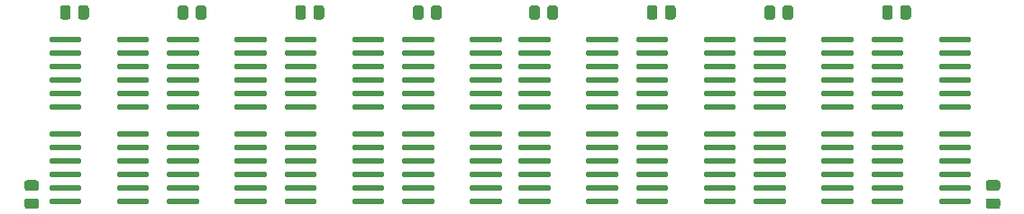
<source format=gtp>
G04 #@! TF.GenerationSoftware,KiCad,Pcbnew,(5.1.10-1-10_14)*
G04 #@! TF.CreationDate,2021-12-06T12:39:38-05:00*
G04 #@! TF.ProjectId,MacIIfxRAMSIMM,4d616349-4966-4785-9241-4d53494d4d2e,rev?*
G04 #@! TF.SameCoordinates,Original*
G04 #@! TF.FileFunction,Paste,Top*
G04 #@! TF.FilePolarity,Positive*
%FSLAX46Y46*%
G04 Gerber Fmt 4.6, Leading zero omitted, Abs format (unit mm)*
G04 Created by KiCad (PCBNEW (5.1.10-1-10_14)) date 2021-12-06 12:39:38*
%MOMM*%
%LPD*%
G01*
G04 APERTURE LIST*
G04 APERTURE END LIST*
G36*
G01*
X154584000Y-115961500D02*
X154584000Y-115686500D01*
G75*
G02*
X154721500Y-115549000I137500J0D01*
G01*
X157444500Y-115549000D01*
G75*
G02*
X157582000Y-115686500I0J-137500D01*
G01*
X157582000Y-115961500D01*
G75*
G02*
X157444500Y-116099000I-137500J0D01*
G01*
X154721500Y-116099000D01*
G75*
G02*
X154584000Y-115961500I0J137500D01*
G01*
G37*
G36*
G01*
X160934000Y-115961500D02*
X160934000Y-115686500D01*
G75*
G02*
X161071500Y-115549000I137500J0D01*
G01*
X163794500Y-115549000D01*
G75*
G02*
X163932000Y-115686500I0J-137500D01*
G01*
X163932000Y-115961500D01*
G75*
G02*
X163794500Y-116099000I-137500J0D01*
G01*
X161071500Y-116099000D01*
G75*
G02*
X160934000Y-115961500I0J137500D01*
G01*
G37*
G36*
G01*
X154584000Y-113421500D02*
X154584000Y-113146500D01*
G75*
G02*
X154721500Y-113009000I137500J0D01*
G01*
X157444500Y-113009000D01*
G75*
G02*
X157582000Y-113146500I0J-137500D01*
G01*
X157582000Y-113421500D01*
G75*
G02*
X157444500Y-113559000I-137500J0D01*
G01*
X154721500Y-113559000D01*
G75*
G02*
X154584000Y-113421500I0J137500D01*
G01*
G37*
G36*
G01*
X160934000Y-113421500D02*
X160934000Y-113146500D01*
G75*
G02*
X161071500Y-113009000I137500J0D01*
G01*
X163794500Y-113009000D01*
G75*
G02*
X163932000Y-113146500I0J-137500D01*
G01*
X163932000Y-113421500D01*
G75*
G02*
X163794500Y-113559000I-137500J0D01*
G01*
X161071500Y-113559000D01*
G75*
G02*
X160934000Y-113421500I0J137500D01*
G01*
G37*
G36*
G01*
X154584000Y-107071500D02*
X154584000Y-106796500D01*
G75*
G02*
X154721500Y-106659000I137500J0D01*
G01*
X157444500Y-106659000D01*
G75*
G02*
X157582000Y-106796500I0J-137500D01*
G01*
X157582000Y-107071500D01*
G75*
G02*
X157444500Y-107209000I-137500J0D01*
G01*
X154721500Y-107209000D01*
G75*
G02*
X154584000Y-107071500I0J137500D01*
G01*
G37*
G36*
G01*
X154584000Y-108341500D02*
X154584000Y-108066500D01*
G75*
G02*
X154721500Y-107929000I137500J0D01*
G01*
X157444500Y-107929000D01*
G75*
G02*
X157582000Y-108066500I0J-137500D01*
G01*
X157582000Y-108341500D01*
G75*
G02*
X157444500Y-108479000I-137500J0D01*
G01*
X154721500Y-108479000D01*
G75*
G02*
X154584000Y-108341500I0J137500D01*
G01*
G37*
G36*
G01*
X154584000Y-109611500D02*
X154584000Y-109336500D01*
G75*
G02*
X154721500Y-109199000I137500J0D01*
G01*
X157444500Y-109199000D01*
G75*
G02*
X157582000Y-109336500I0J-137500D01*
G01*
X157582000Y-109611500D01*
G75*
G02*
X157444500Y-109749000I-137500J0D01*
G01*
X154721500Y-109749000D01*
G75*
G02*
X154584000Y-109611500I0J137500D01*
G01*
G37*
G36*
G01*
X154584000Y-110881500D02*
X154584000Y-110606500D01*
G75*
G02*
X154721500Y-110469000I137500J0D01*
G01*
X157444500Y-110469000D01*
G75*
G02*
X157582000Y-110606500I0J-137500D01*
G01*
X157582000Y-110881500D01*
G75*
G02*
X157444500Y-111019000I-137500J0D01*
G01*
X154721500Y-111019000D01*
G75*
G02*
X154584000Y-110881500I0J137500D01*
G01*
G37*
G36*
G01*
X154584000Y-112151500D02*
X154584000Y-111876500D01*
G75*
G02*
X154721500Y-111739000I137500J0D01*
G01*
X157444500Y-111739000D01*
G75*
G02*
X157582000Y-111876500I0J-137500D01*
G01*
X157582000Y-112151500D01*
G75*
G02*
X157444500Y-112289000I-137500J0D01*
G01*
X154721500Y-112289000D01*
G75*
G02*
X154584000Y-112151500I0J137500D01*
G01*
G37*
G36*
G01*
X154584000Y-117231500D02*
X154584000Y-116956500D01*
G75*
G02*
X154721500Y-116819000I137500J0D01*
G01*
X157444500Y-116819000D01*
G75*
G02*
X157582000Y-116956500I0J-137500D01*
G01*
X157582000Y-117231500D01*
G75*
G02*
X157444500Y-117369000I-137500J0D01*
G01*
X154721500Y-117369000D01*
G75*
G02*
X154584000Y-117231500I0J137500D01*
G01*
G37*
G36*
G01*
X154584000Y-118501500D02*
X154584000Y-118226500D01*
G75*
G02*
X154721500Y-118089000I137500J0D01*
G01*
X157444500Y-118089000D01*
G75*
G02*
X157582000Y-118226500I0J-137500D01*
G01*
X157582000Y-118501500D01*
G75*
G02*
X157444500Y-118639000I-137500J0D01*
G01*
X154721500Y-118639000D01*
G75*
G02*
X154584000Y-118501500I0J137500D01*
G01*
G37*
G36*
G01*
X154584000Y-119771500D02*
X154584000Y-119496500D01*
G75*
G02*
X154721500Y-119359000I137500J0D01*
G01*
X157444500Y-119359000D01*
G75*
G02*
X157582000Y-119496500I0J-137500D01*
G01*
X157582000Y-119771500D01*
G75*
G02*
X157444500Y-119909000I-137500J0D01*
G01*
X154721500Y-119909000D01*
G75*
G02*
X154584000Y-119771500I0J137500D01*
G01*
G37*
G36*
G01*
X154584000Y-121041500D02*
X154584000Y-120766500D01*
G75*
G02*
X154721500Y-120629000I137500J0D01*
G01*
X157444500Y-120629000D01*
G75*
G02*
X157582000Y-120766500I0J-137500D01*
G01*
X157582000Y-121041500D01*
G75*
G02*
X157444500Y-121179000I-137500J0D01*
G01*
X154721500Y-121179000D01*
G75*
G02*
X154584000Y-121041500I0J137500D01*
G01*
G37*
G36*
G01*
X154584000Y-122311500D02*
X154584000Y-122036500D01*
G75*
G02*
X154721500Y-121899000I137500J0D01*
G01*
X157444500Y-121899000D01*
G75*
G02*
X157582000Y-122036500I0J-137500D01*
G01*
X157582000Y-122311500D01*
G75*
G02*
X157444500Y-122449000I-137500J0D01*
G01*
X154721500Y-122449000D01*
G75*
G02*
X154584000Y-122311500I0J137500D01*
G01*
G37*
G36*
G01*
X160934000Y-121041500D02*
X160934000Y-120766500D01*
G75*
G02*
X161071500Y-120629000I137500J0D01*
G01*
X163794500Y-120629000D01*
G75*
G02*
X163932000Y-120766500I0J-137500D01*
G01*
X163932000Y-121041500D01*
G75*
G02*
X163794500Y-121179000I-137500J0D01*
G01*
X161071500Y-121179000D01*
G75*
G02*
X160934000Y-121041500I0J137500D01*
G01*
G37*
G36*
G01*
X160934000Y-119771500D02*
X160934000Y-119496500D01*
G75*
G02*
X161071500Y-119359000I137500J0D01*
G01*
X163794500Y-119359000D01*
G75*
G02*
X163932000Y-119496500I0J-137500D01*
G01*
X163932000Y-119771500D01*
G75*
G02*
X163794500Y-119909000I-137500J0D01*
G01*
X161071500Y-119909000D01*
G75*
G02*
X160934000Y-119771500I0J137500D01*
G01*
G37*
G36*
G01*
X160934000Y-118501500D02*
X160934000Y-118226500D01*
G75*
G02*
X161071500Y-118089000I137500J0D01*
G01*
X163794500Y-118089000D01*
G75*
G02*
X163932000Y-118226500I0J-137500D01*
G01*
X163932000Y-118501500D01*
G75*
G02*
X163794500Y-118639000I-137500J0D01*
G01*
X161071500Y-118639000D01*
G75*
G02*
X160934000Y-118501500I0J137500D01*
G01*
G37*
G36*
G01*
X160934000Y-117231500D02*
X160934000Y-116956500D01*
G75*
G02*
X161071500Y-116819000I137500J0D01*
G01*
X163794500Y-116819000D01*
G75*
G02*
X163932000Y-116956500I0J-137500D01*
G01*
X163932000Y-117231500D01*
G75*
G02*
X163794500Y-117369000I-137500J0D01*
G01*
X161071500Y-117369000D01*
G75*
G02*
X160934000Y-117231500I0J137500D01*
G01*
G37*
G36*
G01*
X160934000Y-112151500D02*
X160934000Y-111876500D01*
G75*
G02*
X161071500Y-111739000I137500J0D01*
G01*
X163794500Y-111739000D01*
G75*
G02*
X163932000Y-111876500I0J-137500D01*
G01*
X163932000Y-112151500D01*
G75*
G02*
X163794500Y-112289000I-137500J0D01*
G01*
X161071500Y-112289000D01*
G75*
G02*
X160934000Y-112151500I0J137500D01*
G01*
G37*
G36*
G01*
X160934000Y-110881500D02*
X160934000Y-110606500D01*
G75*
G02*
X161071500Y-110469000I137500J0D01*
G01*
X163794500Y-110469000D01*
G75*
G02*
X163932000Y-110606500I0J-137500D01*
G01*
X163932000Y-110881500D01*
G75*
G02*
X163794500Y-111019000I-137500J0D01*
G01*
X161071500Y-111019000D01*
G75*
G02*
X160934000Y-110881500I0J137500D01*
G01*
G37*
G36*
G01*
X160934000Y-109611500D02*
X160934000Y-109336500D01*
G75*
G02*
X161071500Y-109199000I137500J0D01*
G01*
X163794500Y-109199000D01*
G75*
G02*
X163932000Y-109336500I0J-137500D01*
G01*
X163932000Y-109611500D01*
G75*
G02*
X163794500Y-109749000I-137500J0D01*
G01*
X161071500Y-109749000D01*
G75*
G02*
X160934000Y-109611500I0J137500D01*
G01*
G37*
G36*
G01*
X160934000Y-108341500D02*
X160934000Y-108066500D01*
G75*
G02*
X161071500Y-107929000I137500J0D01*
G01*
X163794500Y-107929000D01*
G75*
G02*
X163932000Y-108066500I0J-137500D01*
G01*
X163932000Y-108341500D01*
G75*
G02*
X163794500Y-108479000I-137500J0D01*
G01*
X161071500Y-108479000D01*
G75*
G02*
X160934000Y-108341500I0J137500D01*
G01*
G37*
G36*
G01*
X160934000Y-107071500D02*
X160934000Y-106796500D01*
G75*
G02*
X161071500Y-106659000I137500J0D01*
G01*
X163794500Y-106659000D01*
G75*
G02*
X163932000Y-106796500I0J-137500D01*
G01*
X163932000Y-107071500D01*
G75*
G02*
X163794500Y-107209000I-137500J0D01*
G01*
X161071500Y-107209000D01*
G75*
G02*
X160934000Y-107071500I0J137500D01*
G01*
G37*
G36*
G01*
X160934000Y-122311500D02*
X160934000Y-122036500D01*
G75*
G02*
X161071500Y-121899000I137500J0D01*
G01*
X163794500Y-121899000D01*
G75*
G02*
X163932000Y-122036500I0J-137500D01*
G01*
X163932000Y-122311500D01*
G75*
G02*
X163794500Y-122449000I-137500J0D01*
G01*
X161071500Y-122449000D01*
G75*
G02*
X160934000Y-122311500I0J137500D01*
G01*
G37*
G36*
G01*
X83718000Y-122311500D02*
X83718000Y-122036500D01*
G75*
G02*
X83855500Y-121899000I137500J0D01*
G01*
X86578500Y-121899000D01*
G75*
G02*
X86716000Y-122036500I0J-137500D01*
G01*
X86716000Y-122311500D01*
G75*
G02*
X86578500Y-122449000I-137500J0D01*
G01*
X83855500Y-122449000D01*
G75*
G02*
X83718000Y-122311500I0J137500D01*
G01*
G37*
G36*
G01*
X83718000Y-107071500D02*
X83718000Y-106796500D01*
G75*
G02*
X83855500Y-106659000I137500J0D01*
G01*
X86578500Y-106659000D01*
G75*
G02*
X86716000Y-106796500I0J-137500D01*
G01*
X86716000Y-107071500D01*
G75*
G02*
X86578500Y-107209000I-137500J0D01*
G01*
X83855500Y-107209000D01*
G75*
G02*
X83718000Y-107071500I0J137500D01*
G01*
G37*
G36*
G01*
X83718000Y-108341500D02*
X83718000Y-108066500D01*
G75*
G02*
X83855500Y-107929000I137500J0D01*
G01*
X86578500Y-107929000D01*
G75*
G02*
X86716000Y-108066500I0J-137500D01*
G01*
X86716000Y-108341500D01*
G75*
G02*
X86578500Y-108479000I-137500J0D01*
G01*
X83855500Y-108479000D01*
G75*
G02*
X83718000Y-108341500I0J137500D01*
G01*
G37*
G36*
G01*
X83718000Y-109611500D02*
X83718000Y-109336500D01*
G75*
G02*
X83855500Y-109199000I137500J0D01*
G01*
X86578500Y-109199000D01*
G75*
G02*
X86716000Y-109336500I0J-137500D01*
G01*
X86716000Y-109611500D01*
G75*
G02*
X86578500Y-109749000I-137500J0D01*
G01*
X83855500Y-109749000D01*
G75*
G02*
X83718000Y-109611500I0J137500D01*
G01*
G37*
G36*
G01*
X83718000Y-110881500D02*
X83718000Y-110606500D01*
G75*
G02*
X83855500Y-110469000I137500J0D01*
G01*
X86578500Y-110469000D01*
G75*
G02*
X86716000Y-110606500I0J-137500D01*
G01*
X86716000Y-110881500D01*
G75*
G02*
X86578500Y-111019000I-137500J0D01*
G01*
X83855500Y-111019000D01*
G75*
G02*
X83718000Y-110881500I0J137500D01*
G01*
G37*
G36*
G01*
X83718000Y-112151500D02*
X83718000Y-111876500D01*
G75*
G02*
X83855500Y-111739000I137500J0D01*
G01*
X86578500Y-111739000D01*
G75*
G02*
X86716000Y-111876500I0J-137500D01*
G01*
X86716000Y-112151500D01*
G75*
G02*
X86578500Y-112289000I-137500J0D01*
G01*
X83855500Y-112289000D01*
G75*
G02*
X83718000Y-112151500I0J137500D01*
G01*
G37*
G36*
G01*
X83718000Y-117231500D02*
X83718000Y-116956500D01*
G75*
G02*
X83855500Y-116819000I137500J0D01*
G01*
X86578500Y-116819000D01*
G75*
G02*
X86716000Y-116956500I0J-137500D01*
G01*
X86716000Y-117231500D01*
G75*
G02*
X86578500Y-117369000I-137500J0D01*
G01*
X83855500Y-117369000D01*
G75*
G02*
X83718000Y-117231500I0J137500D01*
G01*
G37*
G36*
G01*
X83718000Y-118501500D02*
X83718000Y-118226500D01*
G75*
G02*
X83855500Y-118089000I137500J0D01*
G01*
X86578500Y-118089000D01*
G75*
G02*
X86716000Y-118226500I0J-137500D01*
G01*
X86716000Y-118501500D01*
G75*
G02*
X86578500Y-118639000I-137500J0D01*
G01*
X83855500Y-118639000D01*
G75*
G02*
X83718000Y-118501500I0J137500D01*
G01*
G37*
G36*
G01*
X83718000Y-119771500D02*
X83718000Y-119496500D01*
G75*
G02*
X83855500Y-119359000I137500J0D01*
G01*
X86578500Y-119359000D01*
G75*
G02*
X86716000Y-119496500I0J-137500D01*
G01*
X86716000Y-119771500D01*
G75*
G02*
X86578500Y-119909000I-137500J0D01*
G01*
X83855500Y-119909000D01*
G75*
G02*
X83718000Y-119771500I0J137500D01*
G01*
G37*
G36*
G01*
X83718000Y-121041500D02*
X83718000Y-120766500D01*
G75*
G02*
X83855500Y-120629000I137500J0D01*
G01*
X86578500Y-120629000D01*
G75*
G02*
X86716000Y-120766500I0J-137500D01*
G01*
X86716000Y-121041500D01*
G75*
G02*
X86578500Y-121179000I-137500J0D01*
G01*
X83855500Y-121179000D01*
G75*
G02*
X83718000Y-121041500I0J137500D01*
G01*
G37*
G36*
G01*
X77368000Y-122311500D02*
X77368000Y-122036500D01*
G75*
G02*
X77505500Y-121899000I137500J0D01*
G01*
X80228500Y-121899000D01*
G75*
G02*
X80366000Y-122036500I0J-137500D01*
G01*
X80366000Y-122311500D01*
G75*
G02*
X80228500Y-122449000I-137500J0D01*
G01*
X77505500Y-122449000D01*
G75*
G02*
X77368000Y-122311500I0J137500D01*
G01*
G37*
G36*
G01*
X77368000Y-121041500D02*
X77368000Y-120766500D01*
G75*
G02*
X77505500Y-120629000I137500J0D01*
G01*
X80228500Y-120629000D01*
G75*
G02*
X80366000Y-120766500I0J-137500D01*
G01*
X80366000Y-121041500D01*
G75*
G02*
X80228500Y-121179000I-137500J0D01*
G01*
X77505500Y-121179000D01*
G75*
G02*
X77368000Y-121041500I0J137500D01*
G01*
G37*
G36*
G01*
X77368000Y-119771500D02*
X77368000Y-119496500D01*
G75*
G02*
X77505500Y-119359000I137500J0D01*
G01*
X80228500Y-119359000D01*
G75*
G02*
X80366000Y-119496500I0J-137500D01*
G01*
X80366000Y-119771500D01*
G75*
G02*
X80228500Y-119909000I-137500J0D01*
G01*
X77505500Y-119909000D01*
G75*
G02*
X77368000Y-119771500I0J137500D01*
G01*
G37*
G36*
G01*
X77368000Y-118501500D02*
X77368000Y-118226500D01*
G75*
G02*
X77505500Y-118089000I137500J0D01*
G01*
X80228500Y-118089000D01*
G75*
G02*
X80366000Y-118226500I0J-137500D01*
G01*
X80366000Y-118501500D01*
G75*
G02*
X80228500Y-118639000I-137500J0D01*
G01*
X77505500Y-118639000D01*
G75*
G02*
X77368000Y-118501500I0J137500D01*
G01*
G37*
G36*
G01*
X77368000Y-117231500D02*
X77368000Y-116956500D01*
G75*
G02*
X77505500Y-116819000I137500J0D01*
G01*
X80228500Y-116819000D01*
G75*
G02*
X80366000Y-116956500I0J-137500D01*
G01*
X80366000Y-117231500D01*
G75*
G02*
X80228500Y-117369000I-137500J0D01*
G01*
X77505500Y-117369000D01*
G75*
G02*
X77368000Y-117231500I0J137500D01*
G01*
G37*
G36*
G01*
X77368000Y-112151500D02*
X77368000Y-111876500D01*
G75*
G02*
X77505500Y-111739000I137500J0D01*
G01*
X80228500Y-111739000D01*
G75*
G02*
X80366000Y-111876500I0J-137500D01*
G01*
X80366000Y-112151500D01*
G75*
G02*
X80228500Y-112289000I-137500J0D01*
G01*
X77505500Y-112289000D01*
G75*
G02*
X77368000Y-112151500I0J137500D01*
G01*
G37*
G36*
G01*
X77368000Y-110881500D02*
X77368000Y-110606500D01*
G75*
G02*
X77505500Y-110469000I137500J0D01*
G01*
X80228500Y-110469000D01*
G75*
G02*
X80366000Y-110606500I0J-137500D01*
G01*
X80366000Y-110881500D01*
G75*
G02*
X80228500Y-111019000I-137500J0D01*
G01*
X77505500Y-111019000D01*
G75*
G02*
X77368000Y-110881500I0J137500D01*
G01*
G37*
G36*
G01*
X77368000Y-109611500D02*
X77368000Y-109336500D01*
G75*
G02*
X77505500Y-109199000I137500J0D01*
G01*
X80228500Y-109199000D01*
G75*
G02*
X80366000Y-109336500I0J-137500D01*
G01*
X80366000Y-109611500D01*
G75*
G02*
X80228500Y-109749000I-137500J0D01*
G01*
X77505500Y-109749000D01*
G75*
G02*
X77368000Y-109611500I0J137500D01*
G01*
G37*
G36*
G01*
X77368000Y-108341500D02*
X77368000Y-108066500D01*
G75*
G02*
X77505500Y-107929000I137500J0D01*
G01*
X80228500Y-107929000D01*
G75*
G02*
X80366000Y-108066500I0J-137500D01*
G01*
X80366000Y-108341500D01*
G75*
G02*
X80228500Y-108479000I-137500J0D01*
G01*
X77505500Y-108479000D01*
G75*
G02*
X77368000Y-108341500I0J137500D01*
G01*
G37*
G36*
G01*
X77368000Y-107071500D02*
X77368000Y-106796500D01*
G75*
G02*
X77505500Y-106659000I137500J0D01*
G01*
X80228500Y-106659000D01*
G75*
G02*
X80366000Y-106796500I0J-137500D01*
G01*
X80366000Y-107071500D01*
G75*
G02*
X80228500Y-107209000I-137500J0D01*
G01*
X77505500Y-107209000D01*
G75*
G02*
X77368000Y-107071500I0J137500D01*
G01*
G37*
G36*
G01*
X83718000Y-113421500D02*
X83718000Y-113146500D01*
G75*
G02*
X83855500Y-113009000I137500J0D01*
G01*
X86578500Y-113009000D01*
G75*
G02*
X86716000Y-113146500I0J-137500D01*
G01*
X86716000Y-113421500D01*
G75*
G02*
X86578500Y-113559000I-137500J0D01*
G01*
X83855500Y-113559000D01*
G75*
G02*
X83718000Y-113421500I0J137500D01*
G01*
G37*
G36*
G01*
X77368000Y-113421500D02*
X77368000Y-113146500D01*
G75*
G02*
X77505500Y-113009000I137500J0D01*
G01*
X80228500Y-113009000D01*
G75*
G02*
X80366000Y-113146500I0J-137500D01*
G01*
X80366000Y-113421500D01*
G75*
G02*
X80228500Y-113559000I-137500J0D01*
G01*
X77505500Y-113559000D01*
G75*
G02*
X77368000Y-113421500I0J137500D01*
G01*
G37*
G36*
G01*
X83718000Y-115961500D02*
X83718000Y-115686500D01*
G75*
G02*
X83855500Y-115549000I137500J0D01*
G01*
X86578500Y-115549000D01*
G75*
G02*
X86716000Y-115686500I0J-137500D01*
G01*
X86716000Y-115961500D01*
G75*
G02*
X86578500Y-116099000I-137500J0D01*
G01*
X83855500Y-116099000D01*
G75*
G02*
X83718000Y-115961500I0J137500D01*
G01*
G37*
G36*
G01*
X77368000Y-115961500D02*
X77368000Y-115686500D01*
G75*
G02*
X77505500Y-115549000I137500J0D01*
G01*
X80228500Y-115549000D01*
G75*
G02*
X80366000Y-115686500I0J-137500D01*
G01*
X80366000Y-115961500D01*
G75*
G02*
X80228500Y-116099000I-137500J0D01*
G01*
X77505500Y-116099000D01*
G75*
G02*
X77368000Y-115961500I0J137500D01*
G01*
G37*
G36*
G01*
X76117000Y-122889000D02*
X75267000Y-122889000D01*
G75*
G02*
X75017000Y-122639000I0J250000D01*
G01*
X75017000Y-122139000D01*
G75*
G02*
X75267000Y-121889000I250000J0D01*
G01*
X76117000Y-121889000D01*
G75*
G02*
X76367000Y-122139000I0J-250000D01*
G01*
X76367000Y-122639000D01*
G75*
G02*
X76117000Y-122889000I-250000J0D01*
G01*
G37*
G36*
G01*
X76117000Y-121189000D02*
X75267000Y-121189000D01*
G75*
G02*
X75017000Y-120939000I0J250000D01*
G01*
X75017000Y-120439000D01*
G75*
G02*
X75267000Y-120189000I250000J0D01*
G01*
X76117000Y-120189000D01*
G75*
G02*
X76367000Y-120439000I0J-250000D01*
G01*
X76367000Y-120939000D01*
G75*
G02*
X76117000Y-121189000I-250000J0D01*
G01*
G37*
G36*
G01*
X165564000Y-121889000D02*
X166414000Y-121889000D01*
G75*
G02*
X166664000Y-122139000I0J-250000D01*
G01*
X166664000Y-122639000D01*
G75*
G02*
X166414000Y-122889000I-250000J0D01*
G01*
X165564000Y-122889000D01*
G75*
G02*
X165314000Y-122639000I0J250000D01*
G01*
X165314000Y-122139000D01*
G75*
G02*
X165564000Y-121889000I250000J0D01*
G01*
G37*
G36*
G01*
X165564000Y-120189000D02*
X166414000Y-120189000D01*
G75*
G02*
X166664000Y-120439000I0J-250000D01*
G01*
X166664000Y-120939000D01*
G75*
G02*
X166414000Y-121189000I-250000J0D01*
G01*
X165564000Y-121189000D01*
G75*
G02*
X165314000Y-120939000I0J250000D01*
G01*
X165314000Y-120439000D01*
G75*
G02*
X165564000Y-120189000I250000J0D01*
G01*
G37*
G36*
G01*
X149885000Y-122311500D02*
X149885000Y-122036500D01*
G75*
G02*
X150022500Y-121899000I137500J0D01*
G01*
X152745500Y-121899000D01*
G75*
G02*
X152883000Y-122036500I0J-137500D01*
G01*
X152883000Y-122311500D01*
G75*
G02*
X152745500Y-122449000I-137500J0D01*
G01*
X150022500Y-122449000D01*
G75*
G02*
X149885000Y-122311500I0J137500D01*
G01*
G37*
G36*
G01*
X149885000Y-107071500D02*
X149885000Y-106796500D01*
G75*
G02*
X150022500Y-106659000I137500J0D01*
G01*
X152745500Y-106659000D01*
G75*
G02*
X152883000Y-106796500I0J-137500D01*
G01*
X152883000Y-107071500D01*
G75*
G02*
X152745500Y-107209000I-137500J0D01*
G01*
X150022500Y-107209000D01*
G75*
G02*
X149885000Y-107071500I0J137500D01*
G01*
G37*
G36*
G01*
X149885000Y-108341500D02*
X149885000Y-108066500D01*
G75*
G02*
X150022500Y-107929000I137500J0D01*
G01*
X152745500Y-107929000D01*
G75*
G02*
X152883000Y-108066500I0J-137500D01*
G01*
X152883000Y-108341500D01*
G75*
G02*
X152745500Y-108479000I-137500J0D01*
G01*
X150022500Y-108479000D01*
G75*
G02*
X149885000Y-108341500I0J137500D01*
G01*
G37*
G36*
G01*
X149885000Y-109611500D02*
X149885000Y-109336500D01*
G75*
G02*
X150022500Y-109199000I137500J0D01*
G01*
X152745500Y-109199000D01*
G75*
G02*
X152883000Y-109336500I0J-137500D01*
G01*
X152883000Y-109611500D01*
G75*
G02*
X152745500Y-109749000I-137500J0D01*
G01*
X150022500Y-109749000D01*
G75*
G02*
X149885000Y-109611500I0J137500D01*
G01*
G37*
G36*
G01*
X149885000Y-110881500D02*
X149885000Y-110606500D01*
G75*
G02*
X150022500Y-110469000I137500J0D01*
G01*
X152745500Y-110469000D01*
G75*
G02*
X152883000Y-110606500I0J-137500D01*
G01*
X152883000Y-110881500D01*
G75*
G02*
X152745500Y-111019000I-137500J0D01*
G01*
X150022500Y-111019000D01*
G75*
G02*
X149885000Y-110881500I0J137500D01*
G01*
G37*
G36*
G01*
X149885000Y-112151500D02*
X149885000Y-111876500D01*
G75*
G02*
X150022500Y-111739000I137500J0D01*
G01*
X152745500Y-111739000D01*
G75*
G02*
X152883000Y-111876500I0J-137500D01*
G01*
X152883000Y-112151500D01*
G75*
G02*
X152745500Y-112289000I-137500J0D01*
G01*
X150022500Y-112289000D01*
G75*
G02*
X149885000Y-112151500I0J137500D01*
G01*
G37*
G36*
G01*
X149885000Y-117231500D02*
X149885000Y-116956500D01*
G75*
G02*
X150022500Y-116819000I137500J0D01*
G01*
X152745500Y-116819000D01*
G75*
G02*
X152883000Y-116956500I0J-137500D01*
G01*
X152883000Y-117231500D01*
G75*
G02*
X152745500Y-117369000I-137500J0D01*
G01*
X150022500Y-117369000D01*
G75*
G02*
X149885000Y-117231500I0J137500D01*
G01*
G37*
G36*
G01*
X149885000Y-118501500D02*
X149885000Y-118226500D01*
G75*
G02*
X150022500Y-118089000I137500J0D01*
G01*
X152745500Y-118089000D01*
G75*
G02*
X152883000Y-118226500I0J-137500D01*
G01*
X152883000Y-118501500D01*
G75*
G02*
X152745500Y-118639000I-137500J0D01*
G01*
X150022500Y-118639000D01*
G75*
G02*
X149885000Y-118501500I0J137500D01*
G01*
G37*
G36*
G01*
X149885000Y-119771500D02*
X149885000Y-119496500D01*
G75*
G02*
X150022500Y-119359000I137500J0D01*
G01*
X152745500Y-119359000D01*
G75*
G02*
X152883000Y-119496500I0J-137500D01*
G01*
X152883000Y-119771500D01*
G75*
G02*
X152745500Y-119909000I-137500J0D01*
G01*
X150022500Y-119909000D01*
G75*
G02*
X149885000Y-119771500I0J137500D01*
G01*
G37*
G36*
G01*
X149885000Y-121041500D02*
X149885000Y-120766500D01*
G75*
G02*
X150022500Y-120629000I137500J0D01*
G01*
X152745500Y-120629000D01*
G75*
G02*
X152883000Y-120766500I0J-137500D01*
G01*
X152883000Y-121041500D01*
G75*
G02*
X152745500Y-121179000I-137500J0D01*
G01*
X150022500Y-121179000D01*
G75*
G02*
X149885000Y-121041500I0J137500D01*
G01*
G37*
G36*
G01*
X143535000Y-122311500D02*
X143535000Y-122036500D01*
G75*
G02*
X143672500Y-121899000I137500J0D01*
G01*
X146395500Y-121899000D01*
G75*
G02*
X146533000Y-122036500I0J-137500D01*
G01*
X146533000Y-122311500D01*
G75*
G02*
X146395500Y-122449000I-137500J0D01*
G01*
X143672500Y-122449000D01*
G75*
G02*
X143535000Y-122311500I0J137500D01*
G01*
G37*
G36*
G01*
X143535000Y-121041500D02*
X143535000Y-120766500D01*
G75*
G02*
X143672500Y-120629000I137500J0D01*
G01*
X146395500Y-120629000D01*
G75*
G02*
X146533000Y-120766500I0J-137500D01*
G01*
X146533000Y-121041500D01*
G75*
G02*
X146395500Y-121179000I-137500J0D01*
G01*
X143672500Y-121179000D01*
G75*
G02*
X143535000Y-121041500I0J137500D01*
G01*
G37*
G36*
G01*
X143535000Y-119771500D02*
X143535000Y-119496500D01*
G75*
G02*
X143672500Y-119359000I137500J0D01*
G01*
X146395500Y-119359000D01*
G75*
G02*
X146533000Y-119496500I0J-137500D01*
G01*
X146533000Y-119771500D01*
G75*
G02*
X146395500Y-119909000I-137500J0D01*
G01*
X143672500Y-119909000D01*
G75*
G02*
X143535000Y-119771500I0J137500D01*
G01*
G37*
G36*
G01*
X143535000Y-118501500D02*
X143535000Y-118226500D01*
G75*
G02*
X143672500Y-118089000I137500J0D01*
G01*
X146395500Y-118089000D01*
G75*
G02*
X146533000Y-118226500I0J-137500D01*
G01*
X146533000Y-118501500D01*
G75*
G02*
X146395500Y-118639000I-137500J0D01*
G01*
X143672500Y-118639000D01*
G75*
G02*
X143535000Y-118501500I0J137500D01*
G01*
G37*
G36*
G01*
X143535000Y-117231500D02*
X143535000Y-116956500D01*
G75*
G02*
X143672500Y-116819000I137500J0D01*
G01*
X146395500Y-116819000D01*
G75*
G02*
X146533000Y-116956500I0J-137500D01*
G01*
X146533000Y-117231500D01*
G75*
G02*
X146395500Y-117369000I-137500J0D01*
G01*
X143672500Y-117369000D01*
G75*
G02*
X143535000Y-117231500I0J137500D01*
G01*
G37*
G36*
G01*
X143535000Y-112151500D02*
X143535000Y-111876500D01*
G75*
G02*
X143672500Y-111739000I137500J0D01*
G01*
X146395500Y-111739000D01*
G75*
G02*
X146533000Y-111876500I0J-137500D01*
G01*
X146533000Y-112151500D01*
G75*
G02*
X146395500Y-112289000I-137500J0D01*
G01*
X143672500Y-112289000D01*
G75*
G02*
X143535000Y-112151500I0J137500D01*
G01*
G37*
G36*
G01*
X143535000Y-110881500D02*
X143535000Y-110606500D01*
G75*
G02*
X143672500Y-110469000I137500J0D01*
G01*
X146395500Y-110469000D01*
G75*
G02*
X146533000Y-110606500I0J-137500D01*
G01*
X146533000Y-110881500D01*
G75*
G02*
X146395500Y-111019000I-137500J0D01*
G01*
X143672500Y-111019000D01*
G75*
G02*
X143535000Y-110881500I0J137500D01*
G01*
G37*
G36*
G01*
X143535000Y-109611500D02*
X143535000Y-109336500D01*
G75*
G02*
X143672500Y-109199000I137500J0D01*
G01*
X146395500Y-109199000D01*
G75*
G02*
X146533000Y-109336500I0J-137500D01*
G01*
X146533000Y-109611500D01*
G75*
G02*
X146395500Y-109749000I-137500J0D01*
G01*
X143672500Y-109749000D01*
G75*
G02*
X143535000Y-109611500I0J137500D01*
G01*
G37*
G36*
G01*
X143535000Y-108341500D02*
X143535000Y-108066500D01*
G75*
G02*
X143672500Y-107929000I137500J0D01*
G01*
X146395500Y-107929000D01*
G75*
G02*
X146533000Y-108066500I0J-137500D01*
G01*
X146533000Y-108341500D01*
G75*
G02*
X146395500Y-108479000I-137500J0D01*
G01*
X143672500Y-108479000D01*
G75*
G02*
X143535000Y-108341500I0J137500D01*
G01*
G37*
G36*
G01*
X143535000Y-107071500D02*
X143535000Y-106796500D01*
G75*
G02*
X143672500Y-106659000I137500J0D01*
G01*
X146395500Y-106659000D01*
G75*
G02*
X146533000Y-106796500I0J-137500D01*
G01*
X146533000Y-107071500D01*
G75*
G02*
X146395500Y-107209000I-137500J0D01*
G01*
X143672500Y-107209000D01*
G75*
G02*
X143535000Y-107071500I0J137500D01*
G01*
G37*
G36*
G01*
X149885000Y-113421500D02*
X149885000Y-113146500D01*
G75*
G02*
X150022500Y-113009000I137500J0D01*
G01*
X152745500Y-113009000D01*
G75*
G02*
X152883000Y-113146500I0J-137500D01*
G01*
X152883000Y-113421500D01*
G75*
G02*
X152745500Y-113559000I-137500J0D01*
G01*
X150022500Y-113559000D01*
G75*
G02*
X149885000Y-113421500I0J137500D01*
G01*
G37*
G36*
G01*
X143535000Y-113421500D02*
X143535000Y-113146500D01*
G75*
G02*
X143672500Y-113009000I137500J0D01*
G01*
X146395500Y-113009000D01*
G75*
G02*
X146533000Y-113146500I0J-137500D01*
G01*
X146533000Y-113421500D01*
G75*
G02*
X146395500Y-113559000I-137500J0D01*
G01*
X143672500Y-113559000D01*
G75*
G02*
X143535000Y-113421500I0J137500D01*
G01*
G37*
G36*
G01*
X149885000Y-115961500D02*
X149885000Y-115686500D01*
G75*
G02*
X150022500Y-115549000I137500J0D01*
G01*
X152745500Y-115549000D01*
G75*
G02*
X152883000Y-115686500I0J-137500D01*
G01*
X152883000Y-115961500D01*
G75*
G02*
X152745500Y-116099000I-137500J0D01*
G01*
X150022500Y-116099000D01*
G75*
G02*
X149885000Y-115961500I0J137500D01*
G01*
G37*
G36*
G01*
X143535000Y-115961500D02*
X143535000Y-115686500D01*
G75*
G02*
X143672500Y-115549000I137500J0D01*
G01*
X146395500Y-115549000D01*
G75*
G02*
X146533000Y-115686500I0J-137500D01*
G01*
X146533000Y-115961500D01*
G75*
G02*
X146395500Y-116099000I-137500J0D01*
G01*
X143672500Y-116099000D01*
G75*
G02*
X143535000Y-115961500I0J137500D01*
G01*
G37*
G36*
G01*
X132486000Y-115961500D02*
X132486000Y-115686500D01*
G75*
G02*
X132623500Y-115549000I137500J0D01*
G01*
X135346500Y-115549000D01*
G75*
G02*
X135484000Y-115686500I0J-137500D01*
G01*
X135484000Y-115961500D01*
G75*
G02*
X135346500Y-116099000I-137500J0D01*
G01*
X132623500Y-116099000D01*
G75*
G02*
X132486000Y-115961500I0J137500D01*
G01*
G37*
G36*
G01*
X138836000Y-115961500D02*
X138836000Y-115686500D01*
G75*
G02*
X138973500Y-115549000I137500J0D01*
G01*
X141696500Y-115549000D01*
G75*
G02*
X141834000Y-115686500I0J-137500D01*
G01*
X141834000Y-115961500D01*
G75*
G02*
X141696500Y-116099000I-137500J0D01*
G01*
X138973500Y-116099000D01*
G75*
G02*
X138836000Y-115961500I0J137500D01*
G01*
G37*
G36*
G01*
X132486000Y-113421500D02*
X132486000Y-113146500D01*
G75*
G02*
X132623500Y-113009000I137500J0D01*
G01*
X135346500Y-113009000D01*
G75*
G02*
X135484000Y-113146500I0J-137500D01*
G01*
X135484000Y-113421500D01*
G75*
G02*
X135346500Y-113559000I-137500J0D01*
G01*
X132623500Y-113559000D01*
G75*
G02*
X132486000Y-113421500I0J137500D01*
G01*
G37*
G36*
G01*
X138836000Y-113421500D02*
X138836000Y-113146500D01*
G75*
G02*
X138973500Y-113009000I137500J0D01*
G01*
X141696500Y-113009000D01*
G75*
G02*
X141834000Y-113146500I0J-137500D01*
G01*
X141834000Y-113421500D01*
G75*
G02*
X141696500Y-113559000I-137500J0D01*
G01*
X138973500Y-113559000D01*
G75*
G02*
X138836000Y-113421500I0J137500D01*
G01*
G37*
G36*
G01*
X132486000Y-107071500D02*
X132486000Y-106796500D01*
G75*
G02*
X132623500Y-106659000I137500J0D01*
G01*
X135346500Y-106659000D01*
G75*
G02*
X135484000Y-106796500I0J-137500D01*
G01*
X135484000Y-107071500D01*
G75*
G02*
X135346500Y-107209000I-137500J0D01*
G01*
X132623500Y-107209000D01*
G75*
G02*
X132486000Y-107071500I0J137500D01*
G01*
G37*
G36*
G01*
X132486000Y-108341500D02*
X132486000Y-108066500D01*
G75*
G02*
X132623500Y-107929000I137500J0D01*
G01*
X135346500Y-107929000D01*
G75*
G02*
X135484000Y-108066500I0J-137500D01*
G01*
X135484000Y-108341500D01*
G75*
G02*
X135346500Y-108479000I-137500J0D01*
G01*
X132623500Y-108479000D01*
G75*
G02*
X132486000Y-108341500I0J137500D01*
G01*
G37*
G36*
G01*
X132486000Y-109611500D02*
X132486000Y-109336500D01*
G75*
G02*
X132623500Y-109199000I137500J0D01*
G01*
X135346500Y-109199000D01*
G75*
G02*
X135484000Y-109336500I0J-137500D01*
G01*
X135484000Y-109611500D01*
G75*
G02*
X135346500Y-109749000I-137500J0D01*
G01*
X132623500Y-109749000D01*
G75*
G02*
X132486000Y-109611500I0J137500D01*
G01*
G37*
G36*
G01*
X132486000Y-110881500D02*
X132486000Y-110606500D01*
G75*
G02*
X132623500Y-110469000I137500J0D01*
G01*
X135346500Y-110469000D01*
G75*
G02*
X135484000Y-110606500I0J-137500D01*
G01*
X135484000Y-110881500D01*
G75*
G02*
X135346500Y-111019000I-137500J0D01*
G01*
X132623500Y-111019000D01*
G75*
G02*
X132486000Y-110881500I0J137500D01*
G01*
G37*
G36*
G01*
X132486000Y-112151500D02*
X132486000Y-111876500D01*
G75*
G02*
X132623500Y-111739000I137500J0D01*
G01*
X135346500Y-111739000D01*
G75*
G02*
X135484000Y-111876500I0J-137500D01*
G01*
X135484000Y-112151500D01*
G75*
G02*
X135346500Y-112289000I-137500J0D01*
G01*
X132623500Y-112289000D01*
G75*
G02*
X132486000Y-112151500I0J137500D01*
G01*
G37*
G36*
G01*
X132486000Y-117231500D02*
X132486000Y-116956500D01*
G75*
G02*
X132623500Y-116819000I137500J0D01*
G01*
X135346500Y-116819000D01*
G75*
G02*
X135484000Y-116956500I0J-137500D01*
G01*
X135484000Y-117231500D01*
G75*
G02*
X135346500Y-117369000I-137500J0D01*
G01*
X132623500Y-117369000D01*
G75*
G02*
X132486000Y-117231500I0J137500D01*
G01*
G37*
G36*
G01*
X132486000Y-118501500D02*
X132486000Y-118226500D01*
G75*
G02*
X132623500Y-118089000I137500J0D01*
G01*
X135346500Y-118089000D01*
G75*
G02*
X135484000Y-118226500I0J-137500D01*
G01*
X135484000Y-118501500D01*
G75*
G02*
X135346500Y-118639000I-137500J0D01*
G01*
X132623500Y-118639000D01*
G75*
G02*
X132486000Y-118501500I0J137500D01*
G01*
G37*
G36*
G01*
X132486000Y-119771500D02*
X132486000Y-119496500D01*
G75*
G02*
X132623500Y-119359000I137500J0D01*
G01*
X135346500Y-119359000D01*
G75*
G02*
X135484000Y-119496500I0J-137500D01*
G01*
X135484000Y-119771500D01*
G75*
G02*
X135346500Y-119909000I-137500J0D01*
G01*
X132623500Y-119909000D01*
G75*
G02*
X132486000Y-119771500I0J137500D01*
G01*
G37*
G36*
G01*
X132486000Y-121041500D02*
X132486000Y-120766500D01*
G75*
G02*
X132623500Y-120629000I137500J0D01*
G01*
X135346500Y-120629000D01*
G75*
G02*
X135484000Y-120766500I0J-137500D01*
G01*
X135484000Y-121041500D01*
G75*
G02*
X135346500Y-121179000I-137500J0D01*
G01*
X132623500Y-121179000D01*
G75*
G02*
X132486000Y-121041500I0J137500D01*
G01*
G37*
G36*
G01*
X132486000Y-122311500D02*
X132486000Y-122036500D01*
G75*
G02*
X132623500Y-121899000I137500J0D01*
G01*
X135346500Y-121899000D01*
G75*
G02*
X135484000Y-122036500I0J-137500D01*
G01*
X135484000Y-122311500D01*
G75*
G02*
X135346500Y-122449000I-137500J0D01*
G01*
X132623500Y-122449000D01*
G75*
G02*
X132486000Y-122311500I0J137500D01*
G01*
G37*
G36*
G01*
X138836000Y-121041500D02*
X138836000Y-120766500D01*
G75*
G02*
X138973500Y-120629000I137500J0D01*
G01*
X141696500Y-120629000D01*
G75*
G02*
X141834000Y-120766500I0J-137500D01*
G01*
X141834000Y-121041500D01*
G75*
G02*
X141696500Y-121179000I-137500J0D01*
G01*
X138973500Y-121179000D01*
G75*
G02*
X138836000Y-121041500I0J137500D01*
G01*
G37*
G36*
G01*
X138836000Y-119771500D02*
X138836000Y-119496500D01*
G75*
G02*
X138973500Y-119359000I137500J0D01*
G01*
X141696500Y-119359000D01*
G75*
G02*
X141834000Y-119496500I0J-137500D01*
G01*
X141834000Y-119771500D01*
G75*
G02*
X141696500Y-119909000I-137500J0D01*
G01*
X138973500Y-119909000D01*
G75*
G02*
X138836000Y-119771500I0J137500D01*
G01*
G37*
G36*
G01*
X138836000Y-118501500D02*
X138836000Y-118226500D01*
G75*
G02*
X138973500Y-118089000I137500J0D01*
G01*
X141696500Y-118089000D01*
G75*
G02*
X141834000Y-118226500I0J-137500D01*
G01*
X141834000Y-118501500D01*
G75*
G02*
X141696500Y-118639000I-137500J0D01*
G01*
X138973500Y-118639000D01*
G75*
G02*
X138836000Y-118501500I0J137500D01*
G01*
G37*
G36*
G01*
X138836000Y-117231500D02*
X138836000Y-116956500D01*
G75*
G02*
X138973500Y-116819000I137500J0D01*
G01*
X141696500Y-116819000D01*
G75*
G02*
X141834000Y-116956500I0J-137500D01*
G01*
X141834000Y-117231500D01*
G75*
G02*
X141696500Y-117369000I-137500J0D01*
G01*
X138973500Y-117369000D01*
G75*
G02*
X138836000Y-117231500I0J137500D01*
G01*
G37*
G36*
G01*
X138836000Y-112151500D02*
X138836000Y-111876500D01*
G75*
G02*
X138973500Y-111739000I137500J0D01*
G01*
X141696500Y-111739000D01*
G75*
G02*
X141834000Y-111876500I0J-137500D01*
G01*
X141834000Y-112151500D01*
G75*
G02*
X141696500Y-112289000I-137500J0D01*
G01*
X138973500Y-112289000D01*
G75*
G02*
X138836000Y-112151500I0J137500D01*
G01*
G37*
G36*
G01*
X138836000Y-110881500D02*
X138836000Y-110606500D01*
G75*
G02*
X138973500Y-110469000I137500J0D01*
G01*
X141696500Y-110469000D01*
G75*
G02*
X141834000Y-110606500I0J-137500D01*
G01*
X141834000Y-110881500D01*
G75*
G02*
X141696500Y-111019000I-137500J0D01*
G01*
X138973500Y-111019000D01*
G75*
G02*
X138836000Y-110881500I0J137500D01*
G01*
G37*
G36*
G01*
X138836000Y-109611500D02*
X138836000Y-109336500D01*
G75*
G02*
X138973500Y-109199000I137500J0D01*
G01*
X141696500Y-109199000D01*
G75*
G02*
X141834000Y-109336500I0J-137500D01*
G01*
X141834000Y-109611500D01*
G75*
G02*
X141696500Y-109749000I-137500J0D01*
G01*
X138973500Y-109749000D01*
G75*
G02*
X138836000Y-109611500I0J137500D01*
G01*
G37*
G36*
G01*
X138836000Y-108341500D02*
X138836000Y-108066500D01*
G75*
G02*
X138973500Y-107929000I137500J0D01*
G01*
X141696500Y-107929000D01*
G75*
G02*
X141834000Y-108066500I0J-137500D01*
G01*
X141834000Y-108341500D01*
G75*
G02*
X141696500Y-108479000I-137500J0D01*
G01*
X138973500Y-108479000D01*
G75*
G02*
X138836000Y-108341500I0J137500D01*
G01*
G37*
G36*
G01*
X138836000Y-107071500D02*
X138836000Y-106796500D01*
G75*
G02*
X138973500Y-106659000I137500J0D01*
G01*
X141696500Y-106659000D01*
G75*
G02*
X141834000Y-106796500I0J-137500D01*
G01*
X141834000Y-107071500D01*
G75*
G02*
X141696500Y-107209000I-137500J0D01*
G01*
X138973500Y-107209000D01*
G75*
G02*
X138836000Y-107071500I0J137500D01*
G01*
G37*
G36*
G01*
X138836000Y-122311500D02*
X138836000Y-122036500D01*
G75*
G02*
X138973500Y-121899000I137500J0D01*
G01*
X141696500Y-121899000D01*
G75*
G02*
X141834000Y-122036500I0J-137500D01*
G01*
X141834000Y-122311500D01*
G75*
G02*
X141696500Y-122449000I-137500J0D01*
G01*
X138973500Y-122449000D01*
G75*
G02*
X138836000Y-122311500I0J137500D01*
G01*
G37*
G36*
G01*
X127787000Y-122311500D02*
X127787000Y-122036500D01*
G75*
G02*
X127924500Y-121899000I137500J0D01*
G01*
X130647500Y-121899000D01*
G75*
G02*
X130785000Y-122036500I0J-137500D01*
G01*
X130785000Y-122311500D01*
G75*
G02*
X130647500Y-122449000I-137500J0D01*
G01*
X127924500Y-122449000D01*
G75*
G02*
X127787000Y-122311500I0J137500D01*
G01*
G37*
G36*
G01*
X127787000Y-107071500D02*
X127787000Y-106796500D01*
G75*
G02*
X127924500Y-106659000I137500J0D01*
G01*
X130647500Y-106659000D01*
G75*
G02*
X130785000Y-106796500I0J-137500D01*
G01*
X130785000Y-107071500D01*
G75*
G02*
X130647500Y-107209000I-137500J0D01*
G01*
X127924500Y-107209000D01*
G75*
G02*
X127787000Y-107071500I0J137500D01*
G01*
G37*
G36*
G01*
X127787000Y-108341500D02*
X127787000Y-108066500D01*
G75*
G02*
X127924500Y-107929000I137500J0D01*
G01*
X130647500Y-107929000D01*
G75*
G02*
X130785000Y-108066500I0J-137500D01*
G01*
X130785000Y-108341500D01*
G75*
G02*
X130647500Y-108479000I-137500J0D01*
G01*
X127924500Y-108479000D01*
G75*
G02*
X127787000Y-108341500I0J137500D01*
G01*
G37*
G36*
G01*
X127787000Y-109611500D02*
X127787000Y-109336500D01*
G75*
G02*
X127924500Y-109199000I137500J0D01*
G01*
X130647500Y-109199000D01*
G75*
G02*
X130785000Y-109336500I0J-137500D01*
G01*
X130785000Y-109611500D01*
G75*
G02*
X130647500Y-109749000I-137500J0D01*
G01*
X127924500Y-109749000D01*
G75*
G02*
X127787000Y-109611500I0J137500D01*
G01*
G37*
G36*
G01*
X127787000Y-110881500D02*
X127787000Y-110606500D01*
G75*
G02*
X127924500Y-110469000I137500J0D01*
G01*
X130647500Y-110469000D01*
G75*
G02*
X130785000Y-110606500I0J-137500D01*
G01*
X130785000Y-110881500D01*
G75*
G02*
X130647500Y-111019000I-137500J0D01*
G01*
X127924500Y-111019000D01*
G75*
G02*
X127787000Y-110881500I0J137500D01*
G01*
G37*
G36*
G01*
X127787000Y-112151500D02*
X127787000Y-111876500D01*
G75*
G02*
X127924500Y-111739000I137500J0D01*
G01*
X130647500Y-111739000D01*
G75*
G02*
X130785000Y-111876500I0J-137500D01*
G01*
X130785000Y-112151500D01*
G75*
G02*
X130647500Y-112289000I-137500J0D01*
G01*
X127924500Y-112289000D01*
G75*
G02*
X127787000Y-112151500I0J137500D01*
G01*
G37*
G36*
G01*
X127787000Y-117231500D02*
X127787000Y-116956500D01*
G75*
G02*
X127924500Y-116819000I137500J0D01*
G01*
X130647500Y-116819000D01*
G75*
G02*
X130785000Y-116956500I0J-137500D01*
G01*
X130785000Y-117231500D01*
G75*
G02*
X130647500Y-117369000I-137500J0D01*
G01*
X127924500Y-117369000D01*
G75*
G02*
X127787000Y-117231500I0J137500D01*
G01*
G37*
G36*
G01*
X127787000Y-118501500D02*
X127787000Y-118226500D01*
G75*
G02*
X127924500Y-118089000I137500J0D01*
G01*
X130647500Y-118089000D01*
G75*
G02*
X130785000Y-118226500I0J-137500D01*
G01*
X130785000Y-118501500D01*
G75*
G02*
X130647500Y-118639000I-137500J0D01*
G01*
X127924500Y-118639000D01*
G75*
G02*
X127787000Y-118501500I0J137500D01*
G01*
G37*
G36*
G01*
X127787000Y-119771500D02*
X127787000Y-119496500D01*
G75*
G02*
X127924500Y-119359000I137500J0D01*
G01*
X130647500Y-119359000D01*
G75*
G02*
X130785000Y-119496500I0J-137500D01*
G01*
X130785000Y-119771500D01*
G75*
G02*
X130647500Y-119909000I-137500J0D01*
G01*
X127924500Y-119909000D01*
G75*
G02*
X127787000Y-119771500I0J137500D01*
G01*
G37*
G36*
G01*
X127787000Y-121041500D02*
X127787000Y-120766500D01*
G75*
G02*
X127924500Y-120629000I137500J0D01*
G01*
X130647500Y-120629000D01*
G75*
G02*
X130785000Y-120766500I0J-137500D01*
G01*
X130785000Y-121041500D01*
G75*
G02*
X130647500Y-121179000I-137500J0D01*
G01*
X127924500Y-121179000D01*
G75*
G02*
X127787000Y-121041500I0J137500D01*
G01*
G37*
G36*
G01*
X121437000Y-122311500D02*
X121437000Y-122036500D01*
G75*
G02*
X121574500Y-121899000I137500J0D01*
G01*
X124297500Y-121899000D01*
G75*
G02*
X124435000Y-122036500I0J-137500D01*
G01*
X124435000Y-122311500D01*
G75*
G02*
X124297500Y-122449000I-137500J0D01*
G01*
X121574500Y-122449000D01*
G75*
G02*
X121437000Y-122311500I0J137500D01*
G01*
G37*
G36*
G01*
X121437000Y-121041500D02*
X121437000Y-120766500D01*
G75*
G02*
X121574500Y-120629000I137500J0D01*
G01*
X124297500Y-120629000D01*
G75*
G02*
X124435000Y-120766500I0J-137500D01*
G01*
X124435000Y-121041500D01*
G75*
G02*
X124297500Y-121179000I-137500J0D01*
G01*
X121574500Y-121179000D01*
G75*
G02*
X121437000Y-121041500I0J137500D01*
G01*
G37*
G36*
G01*
X121437000Y-119771500D02*
X121437000Y-119496500D01*
G75*
G02*
X121574500Y-119359000I137500J0D01*
G01*
X124297500Y-119359000D01*
G75*
G02*
X124435000Y-119496500I0J-137500D01*
G01*
X124435000Y-119771500D01*
G75*
G02*
X124297500Y-119909000I-137500J0D01*
G01*
X121574500Y-119909000D01*
G75*
G02*
X121437000Y-119771500I0J137500D01*
G01*
G37*
G36*
G01*
X121437000Y-118501500D02*
X121437000Y-118226500D01*
G75*
G02*
X121574500Y-118089000I137500J0D01*
G01*
X124297500Y-118089000D01*
G75*
G02*
X124435000Y-118226500I0J-137500D01*
G01*
X124435000Y-118501500D01*
G75*
G02*
X124297500Y-118639000I-137500J0D01*
G01*
X121574500Y-118639000D01*
G75*
G02*
X121437000Y-118501500I0J137500D01*
G01*
G37*
G36*
G01*
X121437000Y-117231500D02*
X121437000Y-116956500D01*
G75*
G02*
X121574500Y-116819000I137500J0D01*
G01*
X124297500Y-116819000D01*
G75*
G02*
X124435000Y-116956500I0J-137500D01*
G01*
X124435000Y-117231500D01*
G75*
G02*
X124297500Y-117369000I-137500J0D01*
G01*
X121574500Y-117369000D01*
G75*
G02*
X121437000Y-117231500I0J137500D01*
G01*
G37*
G36*
G01*
X121437000Y-112151500D02*
X121437000Y-111876500D01*
G75*
G02*
X121574500Y-111739000I137500J0D01*
G01*
X124297500Y-111739000D01*
G75*
G02*
X124435000Y-111876500I0J-137500D01*
G01*
X124435000Y-112151500D01*
G75*
G02*
X124297500Y-112289000I-137500J0D01*
G01*
X121574500Y-112289000D01*
G75*
G02*
X121437000Y-112151500I0J137500D01*
G01*
G37*
G36*
G01*
X121437000Y-110881500D02*
X121437000Y-110606500D01*
G75*
G02*
X121574500Y-110469000I137500J0D01*
G01*
X124297500Y-110469000D01*
G75*
G02*
X124435000Y-110606500I0J-137500D01*
G01*
X124435000Y-110881500D01*
G75*
G02*
X124297500Y-111019000I-137500J0D01*
G01*
X121574500Y-111019000D01*
G75*
G02*
X121437000Y-110881500I0J137500D01*
G01*
G37*
G36*
G01*
X121437000Y-109611500D02*
X121437000Y-109336500D01*
G75*
G02*
X121574500Y-109199000I137500J0D01*
G01*
X124297500Y-109199000D01*
G75*
G02*
X124435000Y-109336500I0J-137500D01*
G01*
X124435000Y-109611500D01*
G75*
G02*
X124297500Y-109749000I-137500J0D01*
G01*
X121574500Y-109749000D01*
G75*
G02*
X121437000Y-109611500I0J137500D01*
G01*
G37*
G36*
G01*
X121437000Y-108341500D02*
X121437000Y-108066500D01*
G75*
G02*
X121574500Y-107929000I137500J0D01*
G01*
X124297500Y-107929000D01*
G75*
G02*
X124435000Y-108066500I0J-137500D01*
G01*
X124435000Y-108341500D01*
G75*
G02*
X124297500Y-108479000I-137500J0D01*
G01*
X121574500Y-108479000D01*
G75*
G02*
X121437000Y-108341500I0J137500D01*
G01*
G37*
G36*
G01*
X121437000Y-107071500D02*
X121437000Y-106796500D01*
G75*
G02*
X121574500Y-106659000I137500J0D01*
G01*
X124297500Y-106659000D01*
G75*
G02*
X124435000Y-106796500I0J-137500D01*
G01*
X124435000Y-107071500D01*
G75*
G02*
X124297500Y-107209000I-137500J0D01*
G01*
X121574500Y-107209000D01*
G75*
G02*
X121437000Y-107071500I0J137500D01*
G01*
G37*
G36*
G01*
X127787000Y-113421500D02*
X127787000Y-113146500D01*
G75*
G02*
X127924500Y-113009000I137500J0D01*
G01*
X130647500Y-113009000D01*
G75*
G02*
X130785000Y-113146500I0J-137500D01*
G01*
X130785000Y-113421500D01*
G75*
G02*
X130647500Y-113559000I-137500J0D01*
G01*
X127924500Y-113559000D01*
G75*
G02*
X127787000Y-113421500I0J137500D01*
G01*
G37*
G36*
G01*
X121437000Y-113421500D02*
X121437000Y-113146500D01*
G75*
G02*
X121574500Y-113009000I137500J0D01*
G01*
X124297500Y-113009000D01*
G75*
G02*
X124435000Y-113146500I0J-137500D01*
G01*
X124435000Y-113421500D01*
G75*
G02*
X124297500Y-113559000I-137500J0D01*
G01*
X121574500Y-113559000D01*
G75*
G02*
X121437000Y-113421500I0J137500D01*
G01*
G37*
G36*
G01*
X127787000Y-115961500D02*
X127787000Y-115686500D01*
G75*
G02*
X127924500Y-115549000I137500J0D01*
G01*
X130647500Y-115549000D01*
G75*
G02*
X130785000Y-115686500I0J-137500D01*
G01*
X130785000Y-115961500D01*
G75*
G02*
X130647500Y-116099000I-137500J0D01*
G01*
X127924500Y-116099000D01*
G75*
G02*
X127787000Y-115961500I0J137500D01*
G01*
G37*
G36*
G01*
X121437000Y-115961500D02*
X121437000Y-115686500D01*
G75*
G02*
X121574500Y-115549000I137500J0D01*
G01*
X124297500Y-115549000D01*
G75*
G02*
X124435000Y-115686500I0J-137500D01*
G01*
X124435000Y-115961500D01*
G75*
G02*
X124297500Y-116099000I-137500J0D01*
G01*
X121574500Y-116099000D01*
G75*
G02*
X121437000Y-115961500I0J137500D01*
G01*
G37*
G36*
G01*
X110515000Y-115961500D02*
X110515000Y-115686500D01*
G75*
G02*
X110652500Y-115549000I137500J0D01*
G01*
X113375500Y-115549000D01*
G75*
G02*
X113513000Y-115686500I0J-137500D01*
G01*
X113513000Y-115961500D01*
G75*
G02*
X113375500Y-116099000I-137500J0D01*
G01*
X110652500Y-116099000D01*
G75*
G02*
X110515000Y-115961500I0J137500D01*
G01*
G37*
G36*
G01*
X116865000Y-115961500D02*
X116865000Y-115686500D01*
G75*
G02*
X117002500Y-115549000I137500J0D01*
G01*
X119725500Y-115549000D01*
G75*
G02*
X119863000Y-115686500I0J-137500D01*
G01*
X119863000Y-115961500D01*
G75*
G02*
X119725500Y-116099000I-137500J0D01*
G01*
X117002500Y-116099000D01*
G75*
G02*
X116865000Y-115961500I0J137500D01*
G01*
G37*
G36*
G01*
X110515000Y-113421500D02*
X110515000Y-113146500D01*
G75*
G02*
X110652500Y-113009000I137500J0D01*
G01*
X113375500Y-113009000D01*
G75*
G02*
X113513000Y-113146500I0J-137500D01*
G01*
X113513000Y-113421500D01*
G75*
G02*
X113375500Y-113559000I-137500J0D01*
G01*
X110652500Y-113559000D01*
G75*
G02*
X110515000Y-113421500I0J137500D01*
G01*
G37*
G36*
G01*
X116865000Y-113421500D02*
X116865000Y-113146500D01*
G75*
G02*
X117002500Y-113009000I137500J0D01*
G01*
X119725500Y-113009000D01*
G75*
G02*
X119863000Y-113146500I0J-137500D01*
G01*
X119863000Y-113421500D01*
G75*
G02*
X119725500Y-113559000I-137500J0D01*
G01*
X117002500Y-113559000D01*
G75*
G02*
X116865000Y-113421500I0J137500D01*
G01*
G37*
G36*
G01*
X110515000Y-107071500D02*
X110515000Y-106796500D01*
G75*
G02*
X110652500Y-106659000I137500J0D01*
G01*
X113375500Y-106659000D01*
G75*
G02*
X113513000Y-106796500I0J-137500D01*
G01*
X113513000Y-107071500D01*
G75*
G02*
X113375500Y-107209000I-137500J0D01*
G01*
X110652500Y-107209000D01*
G75*
G02*
X110515000Y-107071500I0J137500D01*
G01*
G37*
G36*
G01*
X110515000Y-108341500D02*
X110515000Y-108066500D01*
G75*
G02*
X110652500Y-107929000I137500J0D01*
G01*
X113375500Y-107929000D01*
G75*
G02*
X113513000Y-108066500I0J-137500D01*
G01*
X113513000Y-108341500D01*
G75*
G02*
X113375500Y-108479000I-137500J0D01*
G01*
X110652500Y-108479000D01*
G75*
G02*
X110515000Y-108341500I0J137500D01*
G01*
G37*
G36*
G01*
X110515000Y-109611500D02*
X110515000Y-109336500D01*
G75*
G02*
X110652500Y-109199000I137500J0D01*
G01*
X113375500Y-109199000D01*
G75*
G02*
X113513000Y-109336500I0J-137500D01*
G01*
X113513000Y-109611500D01*
G75*
G02*
X113375500Y-109749000I-137500J0D01*
G01*
X110652500Y-109749000D01*
G75*
G02*
X110515000Y-109611500I0J137500D01*
G01*
G37*
G36*
G01*
X110515000Y-110881500D02*
X110515000Y-110606500D01*
G75*
G02*
X110652500Y-110469000I137500J0D01*
G01*
X113375500Y-110469000D01*
G75*
G02*
X113513000Y-110606500I0J-137500D01*
G01*
X113513000Y-110881500D01*
G75*
G02*
X113375500Y-111019000I-137500J0D01*
G01*
X110652500Y-111019000D01*
G75*
G02*
X110515000Y-110881500I0J137500D01*
G01*
G37*
G36*
G01*
X110515000Y-112151500D02*
X110515000Y-111876500D01*
G75*
G02*
X110652500Y-111739000I137500J0D01*
G01*
X113375500Y-111739000D01*
G75*
G02*
X113513000Y-111876500I0J-137500D01*
G01*
X113513000Y-112151500D01*
G75*
G02*
X113375500Y-112289000I-137500J0D01*
G01*
X110652500Y-112289000D01*
G75*
G02*
X110515000Y-112151500I0J137500D01*
G01*
G37*
G36*
G01*
X110515000Y-117231500D02*
X110515000Y-116956500D01*
G75*
G02*
X110652500Y-116819000I137500J0D01*
G01*
X113375500Y-116819000D01*
G75*
G02*
X113513000Y-116956500I0J-137500D01*
G01*
X113513000Y-117231500D01*
G75*
G02*
X113375500Y-117369000I-137500J0D01*
G01*
X110652500Y-117369000D01*
G75*
G02*
X110515000Y-117231500I0J137500D01*
G01*
G37*
G36*
G01*
X110515000Y-118501500D02*
X110515000Y-118226500D01*
G75*
G02*
X110652500Y-118089000I137500J0D01*
G01*
X113375500Y-118089000D01*
G75*
G02*
X113513000Y-118226500I0J-137500D01*
G01*
X113513000Y-118501500D01*
G75*
G02*
X113375500Y-118639000I-137500J0D01*
G01*
X110652500Y-118639000D01*
G75*
G02*
X110515000Y-118501500I0J137500D01*
G01*
G37*
G36*
G01*
X110515000Y-119771500D02*
X110515000Y-119496500D01*
G75*
G02*
X110652500Y-119359000I137500J0D01*
G01*
X113375500Y-119359000D01*
G75*
G02*
X113513000Y-119496500I0J-137500D01*
G01*
X113513000Y-119771500D01*
G75*
G02*
X113375500Y-119909000I-137500J0D01*
G01*
X110652500Y-119909000D01*
G75*
G02*
X110515000Y-119771500I0J137500D01*
G01*
G37*
G36*
G01*
X110515000Y-121041500D02*
X110515000Y-120766500D01*
G75*
G02*
X110652500Y-120629000I137500J0D01*
G01*
X113375500Y-120629000D01*
G75*
G02*
X113513000Y-120766500I0J-137500D01*
G01*
X113513000Y-121041500D01*
G75*
G02*
X113375500Y-121179000I-137500J0D01*
G01*
X110652500Y-121179000D01*
G75*
G02*
X110515000Y-121041500I0J137500D01*
G01*
G37*
G36*
G01*
X110515000Y-122311500D02*
X110515000Y-122036500D01*
G75*
G02*
X110652500Y-121899000I137500J0D01*
G01*
X113375500Y-121899000D01*
G75*
G02*
X113513000Y-122036500I0J-137500D01*
G01*
X113513000Y-122311500D01*
G75*
G02*
X113375500Y-122449000I-137500J0D01*
G01*
X110652500Y-122449000D01*
G75*
G02*
X110515000Y-122311500I0J137500D01*
G01*
G37*
G36*
G01*
X116865000Y-121041500D02*
X116865000Y-120766500D01*
G75*
G02*
X117002500Y-120629000I137500J0D01*
G01*
X119725500Y-120629000D01*
G75*
G02*
X119863000Y-120766500I0J-137500D01*
G01*
X119863000Y-121041500D01*
G75*
G02*
X119725500Y-121179000I-137500J0D01*
G01*
X117002500Y-121179000D01*
G75*
G02*
X116865000Y-121041500I0J137500D01*
G01*
G37*
G36*
G01*
X116865000Y-119771500D02*
X116865000Y-119496500D01*
G75*
G02*
X117002500Y-119359000I137500J0D01*
G01*
X119725500Y-119359000D01*
G75*
G02*
X119863000Y-119496500I0J-137500D01*
G01*
X119863000Y-119771500D01*
G75*
G02*
X119725500Y-119909000I-137500J0D01*
G01*
X117002500Y-119909000D01*
G75*
G02*
X116865000Y-119771500I0J137500D01*
G01*
G37*
G36*
G01*
X116865000Y-118501500D02*
X116865000Y-118226500D01*
G75*
G02*
X117002500Y-118089000I137500J0D01*
G01*
X119725500Y-118089000D01*
G75*
G02*
X119863000Y-118226500I0J-137500D01*
G01*
X119863000Y-118501500D01*
G75*
G02*
X119725500Y-118639000I-137500J0D01*
G01*
X117002500Y-118639000D01*
G75*
G02*
X116865000Y-118501500I0J137500D01*
G01*
G37*
G36*
G01*
X116865000Y-117231500D02*
X116865000Y-116956500D01*
G75*
G02*
X117002500Y-116819000I137500J0D01*
G01*
X119725500Y-116819000D01*
G75*
G02*
X119863000Y-116956500I0J-137500D01*
G01*
X119863000Y-117231500D01*
G75*
G02*
X119725500Y-117369000I-137500J0D01*
G01*
X117002500Y-117369000D01*
G75*
G02*
X116865000Y-117231500I0J137500D01*
G01*
G37*
G36*
G01*
X116865000Y-112151500D02*
X116865000Y-111876500D01*
G75*
G02*
X117002500Y-111739000I137500J0D01*
G01*
X119725500Y-111739000D01*
G75*
G02*
X119863000Y-111876500I0J-137500D01*
G01*
X119863000Y-112151500D01*
G75*
G02*
X119725500Y-112289000I-137500J0D01*
G01*
X117002500Y-112289000D01*
G75*
G02*
X116865000Y-112151500I0J137500D01*
G01*
G37*
G36*
G01*
X116865000Y-110881500D02*
X116865000Y-110606500D01*
G75*
G02*
X117002500Y-110469000I137500J0D01*
G01*
X119725500Y-110469000D01*
G75*
G02*
X119863000Y-110606500I0J-137500D01*
G01*
X119863000Y-110881500D01*
G75*
G02*
X119725500Y-111019000I-137500J0D01*
G01*
X117002500Y-111019000D01*
G75*
G02*
X116865000Y-110881500I0J137500D01*
G01*
G37*
G36*
G01*
X116865000Y-109611500D02*
X116865000Y-109336500D01*
G75*
G02*
X117002500Y-109199000I137500J0D01*
G01*
X119725500Y-109199000D01*
G75*
G02*
X119863000Y-109336500I0J-137500D01*
G01*
X119863000Y-109611500D01*
G75*
G02*
X119725500Y-109749000I-137500J0D01*
G01*
X117002500Y-109749000D01*
G75*
G02*
X116865000Y-109611500I0J137500D01*
G01*
G37*
G36*
G01*
X116865000Y-108341500D02*
X116865000Y-108066500D01*
G75*
G02*
X117002500Y-107929000I137500J0D01*
G01*
X119725500Y-107929000D01*
G75*
G02*
X119863000Y-108066500I0J-137500D01*
G01*
X119863000Y-108341500D01*
G75*
G02*
X119725500Y-108479000I-137500J0D01*
G01*
X117002500Y-108479000D01*
G75*
G02*
X116865000Y-108341500I0J137500D01*
G01*
G37*
G36*
G01*
X116865000Y-107071500D02*
X116865000Y-106796500D01*
G75*
G02*
X117002500Y-106659000I137500J0D01*
G01*
X119725500Y-106659000D01*
G75*
G02*
X119863000Y-106796500I0J-137500D01*
G01*
X119863000Y-107071500D01*
G75*
G02*
X119725500Y-107209000I-137500J0D01*
G01*
X117002500Y-107209000D01*
G75*
G02*
X116865000Y-107071500I0J137500D01*
G01*
G37*
G36*
G01*
X116865000Y-122311500D02*
X116865000Y-122036500D01*
G75*
G02*
X117002500Y-121899000I137500J0D01*
G01*
X119725500Y-121899000D01*
G75*
G02*
X119863000Y-122036500I0J-137500D01*
G01*
X119863000Y-122311500D01*
G75*
G02*
X119725500Y-122449000I-137500J0D01*
G01*
X117002500Y-122449000D01*
G75*
G02*
X116865000Y-122311500I0J137500D01*
G01*
G37*
G36*
G01*
X105816000Y-122311500D02*
X105816000Y-122036500D01*
G75*
G02*
X105953500Y-121899000I137500J0D01*
G01*
X108676500Y-121899000D01*
G75*
G02*
X108814000Y-122036500I0J-137500D01*
G01*
X108814000Y-122311500D01*
G75*
G02*
X108676500Y-122449000I-137500J0D01*
G01*
X105953500Y-122449000D01*
G75*
G02*
X105816000Y-122311500I0J137500D01*
G01*
G37*
G36*
G01*
X105816000Y-107071500D02*
X105816000Y-106796500D01*
G75*
G02*
X105953500Y-106659000I137500J0D01*
G01*
X108676500Y-106659000D01*
G75*
G02*
X108814000Y-106796500I0J-137500D01*
G01*
X108814000Y-107071500D01*
G75*
G02*
X108676500Y-107209000I-137500J0D01*
G01*
X105953500Y-107209000D01*
G75*
G02*
X105816000Y-107071500I0J137500D01*
G01*
G37*
G36*
G01*
X105816000Y-108341500D02*
X105816000Y-108066500D01*
G75*
G02*
X105953500Y-107929000I137500J0D01*
G01*
X108676500Y-107929000D01*
G75*
G02*
X108814000Y-108066500I0J-137500D01*
G01*
X108814000Y-108341500D01*
G75*
G02*
X108676500Y-108479000I-137500J0D01*
G01*
X105953500Y-108479000D01*
G75*
G02*
X105816000Y-108341500I0J137500D01*
G01*
G37*
G36*
G01*
X105816000Y-109611500D02*
X105816000Y-109336500D01*
G75*
G02*
X105953500Y-109199000I137500J0D01*
G01*
X108676500Y-109199000D01*
G75*
G02*
X108814000Y-109336500I0J-137500D01*
G01*
X108814000Y-109611500D01*
G75*
G02*
X108676500Y-109749000I-137500J0D01*
G01*
X105953500Y-109749000D01*
G75*
G02*
X105816000Y-109611500I0J137500D01*
G01*
G37*
G36*
G01*
X105816000Y-110881500D02*
X105816000Y-110606500D01*
G75*
G02*
X105953500Y-110469000I137500J0D01*
G01*
X108676500Y-110469000D01*
G75*
G02*
X108814000Y-110606500I0J-137500D01*
G01*
X108814000Y-110881500D01*
G75*
G02*
X108676500Y-111019000I-137500J0D01*
G01*
X105953500Y-111019000D01*
G75*
G02*
X105816000Y-110881500I0J137500D01*
G01*
G37*
G36*
G01*
X105816000Y-112151500D02*
X105816000Y-111876500D01*
G75*
G02*
X105953500Y-111739000I137500J0D01*
G01*
X108676500Y-111739000D01*
G75*
G02*
X108814000Y-111876500I0J-137500D01*
G01*
X108814000Y-112151500D01*
G75*
G02*
X108676500Y-112289000I-137500J0D01*
G01*
X105953500Y-112289000D01*
G75*
G02*
X105816000Y-112151500I0J137500D01*
G01*
G37*
G36*
G01*
X105816000Y-117231500D02*
X105816000Y-116956500D01*
G75*
G02*
X105953500Y-116819000I137500J0D01*
G01*
X108676500Y-116819000D01*
G75*
G02*
X108814000Y-116956500I0J-137500D01*
G01*
X108814000Y-117231500D01*
G75*
G02*
X108676500Y-117369000I-137500J0D01*
G01*
X105953500Y-117369000D01*
G75*
G02*
X105816000Y-117231500I0J137500D01*
G01*
G37*
G36*
G01*
X105816000Y-118501500D02*
X105816000Y-118226500D01*
G75*
G02*
X105953500Y-118089000I137500J0D01*
G01*
X108676500Y-118089000D01*
G75*
G02*
X108814000Y-118226500I0J-137500D01*
G01*
X108814000Y-118501500D01*
G75*
G02*
X108676500Y-118639000I-137500J0D01*
G01*
X105953500Y-118639000D01*
G75*
G02*
X105816000Y-118501500I0J137500D01*
G01*
G37*
G36*
G01*
X105816000Y-119771500D02*
X105816000Y-119496500D01*
G75*
G02*
X105953500Y-119359000I137500J0D01*
G01*
X108676500Y-119359000D01*
G75*
G02*
X108814000Y-119496500I0J-137500D01*
G01*
X108814000Y-119771500D01*
G75*
G02*
X108676500Y-119909000I-137500J0D01*
G01*
X105953500Y-119909000D01*
G75*
G02*
X105816000Y-119771500I0J137500D01*
G01*
G37*
G36*
G01*
X105816000Y-121041500D02*
X105816000Y-120766500D01*
G75*
G02*
X105953500Y-120629000I137500J0D01*
G01*
X108676500Y-120629000D01*
G75*
G02*
X108814000Y-120766500I0J-137500D01*
G01*
X108814000Y-121041500D01*
G75*
G02*
X108676500Y-121179000I-137500J0D01*
G01*
X105953500Y-121179000D01*
G75*
G02*
X105816000Y-121041500I0J137500D01*
G01*
G37*
G36*
G01*
X99466000Y-122311500D02*
X99466000Y-122036500D01*
G75*
G02*
X99603500Y-121899000I137500J0D01*
G01*
X102326500Y-121899000D01*
G75*
G02*
X102464000Y-122036500I0J-137500D01*
G01*
X102464000Y-122311500D01*
G75*
G02*
X102326500Y-122449000I-137500J0D01*
G01*
X99603500Y-122449000D01*
G75*
G02*
X99466000Y-122311500I0J137500D01*
G01*
G37*
G36*
G01*
X99466000Y-121041500D02*
X99466000Y-120766500D01*
G75*
G02*
X99603500Y-120629000I137500J0D01*
G01*
X102326500Y-120629000D01*
G75*
G02*
X102464000Y-120766500I0J-137500D01*
G01*
X102464000Y-121041500D01*
G75*
G02*
X102326500Y-121179000I-137500J0D01*
G01*
X99603500Y-121179000D01*
G75*
G02*
X99466000Y-121041500I0J137500D01*
G01*
G37*
G36*
G01*
X99466000Y-119771500D02*
X99466000Y-119496500D01*
G75*
G02*
X99603500Y-119359000I137500J0D01*
G01*
X102326500Y-119359000D01*
G75*
G02*
X102464000Y-119496500I0J-137500D01*
G01*
X102464000Y-119771500D01*
G75*
G02*
X102326500Y-119909000I-137500J0D01*
G01*
X99603500Y-119909000D01*
G75*
G02*
X99466000Y-119771500I0J137500D01*
G01*
G37*
G36*
G01*
X99466000Y-118501500D02*
X99466000Y-118226500D01*
G75*
G02*
X99603500Y-118089000I137500J0D01*
G01*
X102326500Y-118089000D01*
G75*
G02*
X102464000Y-118226500I0J-137500D01*
G01*
X102464000Y-118501500D01*
G75*
G02*
X102326500Y-118639000I-137500J0D01*
G01*
X99603500Y-118639000D01*
G75*
G02*
X99466000Y-118501500I0J137500D01*
G01*
G37*
G36*
G01*
X99466000Y-117231500D02*
X99466000Y-116956500D01*
G75*
G02*
X99603500Y-116819000I137500J0D01*
G01*
X102326500Y-116819000D01*
G75*
G02*
X102464000Y-116956500I0J-137500D01*
G01*
X102464000Y-117231500D01*
G75*
G02*
X102326500Y-117369000I-137500J0D01*
G01*
X99603500Y-117369000D01*
G75*
G02*
X99466000Y-117231500I0J137500D01*
G01*
G37*
G36*
G01*
X99466000Y-112151500D02*
X99466000Y-111876500D01*
G75*
G02*
X99603500Y-111739000I137500J0D01*
G01*
X102326500Y-111739000D01*
G75*
G02*
X102464000Y-111876500I0J-137500D01*
G01*
X102464000Y-112151500D01*
G75*
G02*
X102326500Y-112289000I-137500J0D01*
G01*
X99603500Y-112289000D01*
G75*
G02*
X99466000Y-112151500I0J137500D01*
G01*
G37*
G36*
G01*
X99466000Y-110881500D02*
X99466000Y-110606500D01*
G75*
G02*
X99603500Y-110469000I137500J0D01*
G01*
X102326500Y-110469000D01*
G75*
G02*
X102464000Y-110606500I0J-137500D01*
G01*
X102464000Y-110881500D01*
G75*
G02*
X102326500Y-111019000I-137500J0D01*
G01*
X99603500Y-111019000D01*
G75*
G02*
X99466000Y-110881500I0J137500D01*
G01*
G37*
G36*
G01*
X99466000Y-109611500D02*
X99466000Y-109336500D01*
G75*
G02*
X99603500Y-109199000I137500J0D01*
G01*
X102326500Y-109199000D01*
G75*
G02*
X102464000Y-109336500I0J-137500D01*
G01*
X102464000Y-109611500D01*
G75*
G02*
X102326500Y-109749000I-137500J0D01*
G01*
X99603500Y-109749000D01*
G75*
G02*
X99466000Y-109611500I0J137500D01*
G01*
G37*
G36*
G01*
X99466000Y-108341500D02*
X99466000Y-108066500D01*
G75*
G02*
X99603500Y-107929000I137500J0D01*
G01*
X102326500Y-107929000D01*
G75*
G02*
X102464000Y-108066500I0J-137500D01*
G01*
X102464000Y-108341500D01*
G75*
G02*
X102326500Y-108479000I-137500J0D01*
G01*
X99603500Y-108479000D01*
G75*
G02*
X99466000Y-108341500I0J137500D01*
G01*
G37*
G36*
G01*
X99466000Y-107071500D02*
X99466000Y-106796500D01*
G75*
G02*
X99603500Y-106659000I137500J0D01*
G01*
X102326500Y-106659000D01*
G75*
G02*
X102464000Y-106796500I0J-137500D01*
G01*
X102464000Y-107071500D01*
G75*
G02*
X102326500Y-107209000I-137500J0D01*
G01*
X99603500Y-107209000D01*
G75*
G02*
X99466000Y-107071500I0J137500D01*
G01*
G37*
G36*
G01*
X105816000Y-113421500D02*
X105816000Y-113146500D01*
G75*
G02*
X105953500Y-113009000I137500J0D01*
G01*
X108676500Y-113009000D01*
G75*
G02*
X108814000Y-113146500I0J-137500D01*
G01*
X108814000Y-113421500D01*
G75*
G02*
X108676500Y-113559000I-137500J0D01*
G01*
X105953500Y-113559000D01*
G75*
G02*
X105816000Y-113421500I0J137500D01*
G01*
G37*
G36*
G01*
X99466000Y-113421500D02*
X99466000Y-113146500D01*
G75*
G02*
X99603500Y-113009000I137500J0D01*
G01*
X102326500Y-113009000D01*
G75*
G02*
X102464000Y-113146500I0J-137500D01*
G01*
X102464000Y-113421500D01*
G75*
G02*
X102326500Y-113559000I-137500J0D01*
G01*
X99603500Y-113559000D01*
G75*
G02*
X99466000Y-113421500I0J137500D01*
G01*
G37*
G36*
G01*
X105816000Y-115961500D02*
X105816000Y-115686500D01*
G75*
G02*
X105953500Y-115549000I137500J0D01*
G01*
X108676500Y-115549000D01*
G75*
G02*
X108814000Y-115686500I0J-137500D01*
G01*
X108814000Y-115961500D01*
G75*
G02*
X108676500Y-116099000I-137500J0D01*
G01*
X105953500Y-116099000D01*
G75*
G02*
X105816000Y-115961500I0J137500D01*
G01*
G37*
G36*
G01*
X99466000Y-115961500D02*
X99466000Y-115686500D01*
G75*
G02*
X99603500Y-115549000I137500J0D01*
G01*
X102326500Y-115549000D01*
G75*
G02*
X102464000Y-115686500I0J-137500D01*
G01*
X102464000Y-115961500D01*
G75*
G02*
X102326500Y-116099000I-137500J0D01*
G01*
X99603500Y-116099000D01*
G75*
G02*
X99466000Y-115961500I0J137500D01*
G01*
G37*
G36*
G01*
X88417000Y-115961500D02*
X88417000Y-115686500D01*
G75*
G02*
X88554500Y-115549000I137500J0D01*
G01*
X91277500Y-115549000D01*
G75*
G02*
X91415000Y-115686500I0J-137500D01*
G01*
X91415000Y-115961500D01*
G75*
G02*
X91277500Y-116099000I-137500J0D01*
G01*
X88554500Y-116099000D01*
G75*
G02*
X88417000Y-115961500I0J137500D01*
G01*
G37*
G36*
G01*
X94767000Y-115961500D02*
X94767000Y-115686500D01*
G75*
G02*
X94904500Y-115549000I137500J0D01*
G01*
X97627500Y-115549000D01*
G75*
G02*
X97765000Y-115686500I0J-137500D01*
G01*
X97765000Y-115961500D01*
G75*
G02*
X97627500Y-116099000I-137500J0D01*
G01*
X94904500Y-116099000D01*
G75*
G02*
X94767000Y-115961500I0J137500D01*
G01*
G37*
G36*
G01*
X88417000Y-113421500D02*
X88417000Y-113146500D01*
G75*
G02*
X88554500Y-113009000I137500J0D01*
G01*
X91277500Y-113009000D01*
G75*
G02*
X91415000Y-113146500I0J-137500D01*
G01*
X91415000Y-113421500D01*
G75*
G02*
X91277500Y-113559000I-137500J0D01*
G01*
X88554500Y-113559000D01*
G75*
G02*
X88417000Y-113421500I0J137500D01*
G01*
G37*
G36*
G01*
X94767000Y-113421500D02*
X94767000Y-113146500D01*
G75*
G02*
X94904500Y-113009000I137500J0D01*
G01*
X97627500Y-113009000D01*
G75*
G02*
X97765000Y-113146500I0J-137500D01*
G01*
X97765000Y-113421500D01*
G75*
G02*
X97627500Y-113559000I-137500J0D01*
G01*
X94904500Y-113559000D01*
G75*
G02*
X94767000Y-113421500I0J137500D01*
G01*
G37*
G36*
G01*
X88417000Y-107071500D02*
X88417000Y-106796500D01*
G75*
G02*
X88554500Y-106659000I137500J0D01*
G01*
X91277500Y-106659000D01*
G75*
G02*
X91415000Y-106796500I0J-137500D01*
G01*
X91415000Y-107071500D01*
G75*
G02*
X91277500Y-107209000I-137500J0D01*
G01*
X88554500Y-107209000D01*
G75*
G02*
X88417000Y-107071500I0J137500D01*
G01*
G37*
G36*
G01*
X88417000Y-108341500D02*
X88417000Y-108066500D01*
G75*
G02*
X88554500Y-107929000I137500J0D01*
G01*
X91277500Y-107929000D01*
G75*
G02*
X91415000Y-108066500I0J-137500D01*
G01*
X91415000Y-108341500D01*
G75*
G02*
X91277500Y-108479000I-137500J0D01*
G01*
X88554500Y-108479000D01*
G75*
G02*
X88417000Y-108341500I0J137500D01*
G01*
G37*
G36*
G01*
X88417000Y-109611500D02*
X88417000Y-109336500D01*
G75*
G02*
X88554500Y-109199000I137500J0D01*
G01*
X91277500Y-109199000D01*
G75*
G02*
X91415000Y-109336500I0J-137500D01*
G01*
X91415000Y-109611500D01*
G75*
G02*
X91277500Y-109749000I-137500J0D01*
G01*
X88554500Y-109749000D01*
G75*
G02*
X88417000Y-109611500I0J137500D01*
G01*
G37*
G36*
G01*
X88417000Y-110881500D02*
X88417000Y-110606500D01*
G75*
G02*
X88554500Y-110469000I137500J0D01*
G01*
X91277500Y-110469000D01*
G75*
G02*
X91415000Y-110606500I0J-137500D01*
G01*
X91415000Y-110881500D01*
G75*
G02*
X91277500Y-111019000I-137500J0D01*
G01*
X88554500Y-111019000D01*
G75*
G02*
X88417000Y-110881500I0J137500D01*
G01*
G37*
G36*
G01*
X88417000Y-112151500D02*
X88417000Y-111876500D01*
G75*
G02*
X88554500Y-111739000I137500J0D01*
G01*
X91277500Y-111739000D01*
G75*
G02*
X91415000Y-111876500I0J-137500D01*
G01*
X91415000Y-112151500D01*
G75*
G02*
X91277500Y-112289000I-137500J0D01*
G01*
X88554500Y-112289000D01*
G75*
G02*
X88417000Y-112151500I0J137500D01*
G01*
G37*
G36*
G01*
X88417000Y-117231500D02*
X88417000Y-116956500D01*
G75*
G02*
X88554500Y-116819000I137500J0D01*
G01*
X91277500Y-116819000D01*
G75*
G02*
X91415000Y-116956500I0J-137500D01*
G01*
X91415000Y-117231500D01*
G75*
G02*
X91277500Y-117369000I-137500J0D01*
G01*
X88554500Y-117369000D01*
G75*
G02*
X88417000Y-117231500I0J137500D01*
G01*
G37*
G36*
G01*
X88417000Y-118501500D02*
X88417000Y-118226500D01*
G75*
G02*
X88554500Y-118089000I137500J0D01*
G01*
X91277500Y-118089000D01*
G75*
G02*
X91415000Y-118226500I0J-137500D01*
G01*
X91415000Y-118501500D01*
G75*
G02*
X91277500Y-118639000I-137500J0D01*
G01*
X88554500Y-118639000D01*
G75*
G02*
X88417000Y-118501500I0J137500D01*
G01*
G37*
G36*
G01*
X88417000Y-119771500D02*
X88417000Y-119496500D01*
G75*
G02*
X88554500Y-119359000I137500J0D01*
G01*
X91277500Y-119359000D01*
G75*
G02*
X91415000Y-119496500I0J-137500D01*
G01*
X91415000Y-119771500D01*
G75*
G02*
X91277500Y-119909000I-137500J0D01*
G01*
X88554500Y-119909000D01*
G75*
G02*
X88417000Y-119771500I0J137500D01*
G01*
G37*
G36*
G01*
X88417000Y-121041500D02*
X88417000Y-120766500D01*
G75*
G02*
X88554500Y-120629000I137500J0D01*
G01*
X91277500Y-120629000D01*
G75*
G02*
X91415000Y-120766500I0J-137500D01*
G01*
X91415000Y-121041500D01*
G75*
G02*
X91277500Y-121179000I-137500J0D01*
G01*
X88554500Y-121179000D01*
G75*
G02*
X88417000Y-121041500I0J137500D01*
G01*
G37*
G36*
G01*
X88417000Y-122311500D02*
X88417000Y-122036500D01*
G75*
G02*
X88554500Y-121899000I137500J0D01*
G01*
X91277500Y-121899000D01*
G75*
G02*
X91415000Y-122036500I0J-137500D01*
G01*
X91415000Y-122311500D01*
G75*
G02*
X91277500Y-122449000I-137500J0D01*
G01*
X88554500Y-122449000D01*
G75*
G02*
X88417000Y-122311500I0J137500D01*
G01*
G37*
G36*
G01*
X94767000Y-121041500D02*
X94767000Y-120766500D01*
G75*
G02*
X94904500Y-120629000I137500J0D01*
G01*
X97627500Y-120629000D01*
G75*
G02*
X97765000Y-120766500I0J-137500D01*
G01*
X97765000Y-121041500D01*
G75*
G02*
X97627500Y-121179000I-137500J0D01*
G01*
X94904500Y-121179000D01*
G75*
G02*
X94767000Y-121041500I0J137500D01*
G01*
G37*
G36*
G01*
X94767000Y-119771500D02*
X94767000Y-119496500D01*
G75*
G02*
X94904500Y-119359000I137500J0D01*
G01*
X97627500Y-119359000D01*
G75*
G02*
X97765000Y-119496500I0J-137500D01*
G01*
X97765000Y-119771500D01*
G75*
G02*
X97627500Y-119909000I-137500J0D01*
G01*
X94904500Y-119909000D01*
G75*
G02*
X94767000Y-119771500I0J137500D01*
G01*
G37*
G36*
G01*
X94767000Y-118501500D02*
X94767000Y-118226500D01*
G75*
G02*
X94904500Y-118089000I137500J0D01*
G01*
X97627500Y-118089000D01*
G75*
G02*
X97765000Y-118226500I0J-137500D01*
G01*
X97765000Y-118501500D01*
G75*
G02*
X97627500Y-118639000I-137500J0D01*
G01*
X94904500Y-118639000D01*
G75*
G02*
X94767000Y-118501500I0J137500D01*
G01*
G37*
G36*
G01*
X94767000Y-117231500D02*
X94767000Y-116956500D01*
G75*
G02*
X94904500Y-116819000I137500J0D01*
G01*
X97627500Y-116819000D01*
G75*
G02*
X97765000Y-116956500I0J-137500D01*
G01*
X97765000Y-117231500D01*
G75*
G02*
X97627500Y-117369000I-137500J0D01*
G01*
X94904500Y-117369000D01*
G75*
G02*
X94767000Y-117231500I0J137500D01*
G01*
G37*
G36*
G01*
X94767000Y-112151500D02*
X94767000Y-111876500D01*
G75*
G02*
X94904500Y-111739000I137500J0D01*
G01*
X97627500Y-111739000D01*
G75*
G02*
X97765000Y-111876500I0J-137500D01*
G01*
X97765000Y-112151500D01*
G75*
G02*
X97627500Y-112289000I-137500J0D01*
G01*
X94904500Y-112289000D01*
G75*
G02*
X94767000Y-112151500I0J137500D01*
G01*
G37*
G36*
G01*
X94767000Y-110881500D02*
X94767000Y-110606500D01*
G75*
G02*
X94904500Y-110469000I137500J0D01*
G01*
X97627500Y-110469000D01*
G75*
G02*
X97765000Y-110606500I0J-137500D01*
G01*
X97765000Y-110881500D01*
G75*
G02*
X97627500Y-111019000I-137500J0D01*
G01*
X94904500Y-111019000D01*
G75*
G02*
X94767000Y-110881500I0J137500D01*
G01*
G37*
G36*
G01*
X94767000Y-109611500D02*
X94767000Y-109336500D01*
G75*
G02*
X94904500Y-109199000I137500J0D01*
G01*
X97627500Y-109199000D01*
G75*
G02*
X97765000Y-109336500I0J-137500D01*
G01*
X97765000Y-109611500D01*
G75*
G02*
X97627500Y-109749000I-137500J0D01*
G01*
X94904500Y-109749000D01*
G75*
G02*
X94767000Y-109611500I0J137500D01*
G01*
G37*
G36*
G01*
X94767000Y-108341500D02*
X94767000Y-108066500D01*
G75*
G02*
X94904500Y-107929000I137500J0D01*
G01*
X97627500Y-107929000D01*
G75*
G02*
X97765000Y-108066500I0J-137500D01*
G01*
X97765000Y-108341500D01*
G75*
G02*
X97627500Y-108479000I-137500J0D01*
G01*
X94904500Y-108479000D01*
G75*
G02*
X94767000Y-108341500I0J137500D01*
G01*
G37*
G36*
G01*
X94767000Y-107071500D02*
X94767000Y-106796500D01*
G75*
G02*
X94904500Y-106659000I137500J0D01*
G01*
X97627500Y-106659000D01*
G75*
G02*
X97765000Y-106796500I0J-137500D01*
G01*
X97765000Y-107071500D01*
G75*
G02*
X97627500Y-107209000I-137500J0D01*
G01*
X94904500Y-107209000D01*
G75*
G02*
X94767000Y-107071500I0J137500D01*
G01*
G37*
G36*
G01*
X94767000Y-122311500D02*
X94767000Y-122036500D01*
G75*
G02*
X94904500Y-121899000I137500J0D01*
G01*
X97627500Y-121899000D01*
G75*
G02*
X97765000Y-122036500I0J-137500D01*
G01*
X97765000Y-122311500D01*
G75*
G02*
X97627500Y-122449000I-137500J0D01*
G01*
X94904500Y-122449000D01*
G75*
G02*
X94767000Y-122311500I0J137500D01*
G01*
G37*
G36*
G01*
X80067000Y-104819000D02*
X80067000Y-103969000D01*
G75*
G02*
X80317000Y-103719000I250000J0D01*
G01*
X80817000Y-103719000D01*
G75*
G02*
X81067000Y-103969000I0J-250000D01*
G01*
X81067000Y-104819000D01*
G75*
G02*
X80817000Y-105069000I-250000J0D01*
G01*
X80317000Y-105069000D01*
G75*
G02*
X80067000Y-104819000I0J250000D01*
G01*
G37*
G36*
G01*
X78367000Y-104819000D02*
X78367000Y-103969000D01*
G75*
G02*
X78617000Y-103719000I250000J0D01*
G01*
X79117000Y-103719000D01*
G75*
G02*
X79367000Y-103969000I0J-250000D01*
G01*
X79367000Y-104819000D01*
G75*
G02*
X79117000Y-105069000I-250000J0D01*
G01*
X78617000Y-105069000D01*
G75*
G02*
X78367000Y-104819000I0J250000D01*
G01*
G37*
G36*
G01*
X91116000Y-104819000D02*
X91116000Y-103969000D01*
G75*
G02*
X91366000Y-103719000I250000J0D01*
G01*
X91866000Y-103719000D01*
G75*
G02*
X92116000Y-103969000I0J-250000D01*
G01*
X92116000Y-104819000D01*
G75*
G02*
X91866000Y-105069000I-250000J0D01*
G01*
X91366000Y-105069000D01*
G75*
G02*
X91116000Y-104819000I0J250000D01*
G01*
G37*
G36*
G01*
X89416000Y-104819000D02*
X89416000Y-103969000D01*
G75*
G02*
X89666000Y-103719000I250000J0D01*
G01*
X90166000Y-103719000D01*
G75*
G02*
X90416000Y-103969000I0J-250000D01*
G01*
X90416000Y-104819000D01*
G75*
G02*
X90166000Y-105069000I-250000J0D01*
G01*
X89666000Y-105069000D01*
G75*
G02*
X89416000Y-104819000I0J250000D01*
G01*
G37*
G36*
G01*
X100465000Y-104819000D02*
X100465000Y-103969000D01*
G75*
G02*
X100715000Y-103719000I250000J0D01*
G01*
X101215000Y-103719000D01*
G75*
G02*
X101465000Y-103969000I0J-250000D01*
G01*
X101465000Y-104819000D01*
G75*
G02*
X101215000Y-105069000I-250000J0D01*
G01*
X100715000Y-105069000D01*
G75*
G02*
X100465000Y-104819000I0J250000D01*
G01*
G37*
G36*
G01*
X102165000Y-104819000D02*
X102165000Y-103969000D01*
G75*
G02*
X102415000Y-103719000I250000J0D01*
G01*
X102915000Y-103719000D01*
G75*
G02*
X103165000Y-103969000I0J-250000D01*
G01*
X103165000Y-104819000D01*
G75*
G02*
X102915000Y-105069000I-250000J0D01*
G01*
X102415000Y-105069000D01*
G75*
G02*
X102165000Y-104819000I0J250000D01*
G01*
G37*
G36*
G01*
X111514000Y-104819000D02*
X111514000Y-103969000D01*
G75*
G02*
X111764000Y-103719000I250000J0D01*
G01*
X112264000Y-103719000D01*
G75*
G02*
X112514000Y-103969000I0J-250000D01*
G01*
X112514000Y-104819000D01*
G75*
G02*
X112264000Y-105069000I-250000J0D01*
G01*
X111764000Y-105069000D01*
G75*
G02*
X111514000Y-104819000I0J250000D01*
G01*
G37*
G36*
G01*
X113214000Y-104819000D02*
X113214000Y-103969000D01*
G75*
G02*
X113464000Y-103719000I250000J0D01*
G01*
X113964000Y-103719000D01*
G75*
G02*
X114214000Y-103969000I0J-250000D01*
G01*
X114214000Y-104819000D01*
G75*
G02*
X113964000Y-105069000I-250000J0D01*
G01*
X113464000Y-105069000D01*
G75*
G02*
X113214000Y-104819000I0J250000D01*
G01*
G37*
G36*
G01*
X124136000Y-104819000D02*
X124136000Y-103969000D01*
G75*
G02*
X124386000Y-103719000I250000J0D01*
G01*
X124886000Y-103719000D01*
G75*
G02*
X125136000Y-103969000I0J-250000D01*
G01*
X125136000Y-104819000D01*
G75*
G02*
X124886000Y-105069000I-250000J0D01*
G01*
X124386000Y-105069000D01*
G75*
G02*
X124136000Y-104819000I0J250000D01*
G01*
G37*
G36*
G01*
X122436000Y-104819000D02*
X122436000Y-103969000D01*
G75*
G02*
X122686000Y-103719000I250000J0D01*
G01*
X123186000Y-103719000D01*
G75*
G02*
X123436000Y-103969000I0J-250000D01*
G01*
X123436000Y-104819000D01*
G75*
G02*
X123186000Y-105069000I-250000J0D01*
G01*
X122686000Y-105069000D01*
G75*
G02*
X122436000Y-104819000I0J250000D01*
G01*
G37*
G36*
G01*
X133485000Y-104819000D02*
X133485000Y-103969000D01*
G75*
G02*
X133735000Y-103719000I250000J0D01*
G01*
X134235000Y-103719000D01*
G75*
G02*
X134485000Y-103969000I0J-250000D01*
G01*
X134485000Y-104819000D01*
G75*
G02*
X134235000Y-105069000I-250000J0D01*
G01*
X133735000Y-105069000D01*
G75*
G02*
X133485000Y-104819000I0J250000D01*
G01*
G37*
G36*
G01*
X135185000Y-104819000D02*
X135185000Y-103969000D01*
G75*
G02*
X135435000Y-103719000I250000J0D01*
G01*
X135935000Y-103719000D01*
G75*
G02*
X136185000Y-103969000I0J-250000D01*
G01*
X136185000Y-104819000D01*
G75*
G02*
X135935000Y-105069000I-250000J0D01*
G01*
X135435000Y-105069000D01*
G75*
G02*
X135185000Y-104819000I0J250000D01*
G01*
G37*
G36*
G01*
X144534000Y-104819000D02*
X144534000Y-103969000D01*
G75*
G02*
X144784000Y-103719000I250000J0D01*
G01*
X145284000Y-103719000D01*
G75*
G02*
X145534000Y-103969000I0J-250000D01*
G01*
X145534000Y-104819000D01*
G75*
G02*
X145284000Y-105069000I-250000J0D01*
G01*
X144784000Y-105069000D01*
G75*
G02*
X144534000Y-104819000I0J250000D01*
G01*
G37*
G36*
G01*
X146234000Y-104819000D02*
X146234000Y-103969000D01*
G75*
G02*
X146484000Y-103719000I250000J0D01*
G01*
X146984000Y-103719000D01*
G75*
G02*
X147234000Y-103969000I0J-250000D01*
G01*
X147234000Y-104819000D01*
G75*
G02*
X146984000Y-105069000I-250000J0D01*
G01*
X146484000Y-105069000D01*
G75*
G02*
X146234000Y-104819000I0J250000D01*
G01*
G37*
G36*
G01*
X157283000Y-104819000D02*
X157283000Y-103969000D01*
G75*
G02*
X157533000Y-103719000I250000J0D01*
G01*
X158033000Y-103719000D01*
G75*
G02*
X158283000Y-103969000I0J-250000D01*
G01*
X158283000Y-104819000D01*
G75*
G02*
X158033000Y-105069000I-250000J0D01*
G01*
X157533000Y-105069000D01*
G75*
G02*
X157283000Y-104819000I0J250000D01*
G01*
G37*
G36*
G01*
X155583000Y-104819000D02*
X155583000Y-103969000D01*
G75*
G02*
X155833000Y-103719000I250000J0D01*
G01*
X156333000Y-103719000D01*
G75*
G02*
X156583000Y-103969000I0J-250000D01*
G01*
X156583000Y-104819000D01*
G75*
G02*
X156333000Y-105069000I-250000J0D01*
G01*
X155833000Y-105069000D01*
G75*
G02*
X155583000Y-104819000I0J250000D01*
G01*
G37*
M02*

</source>
